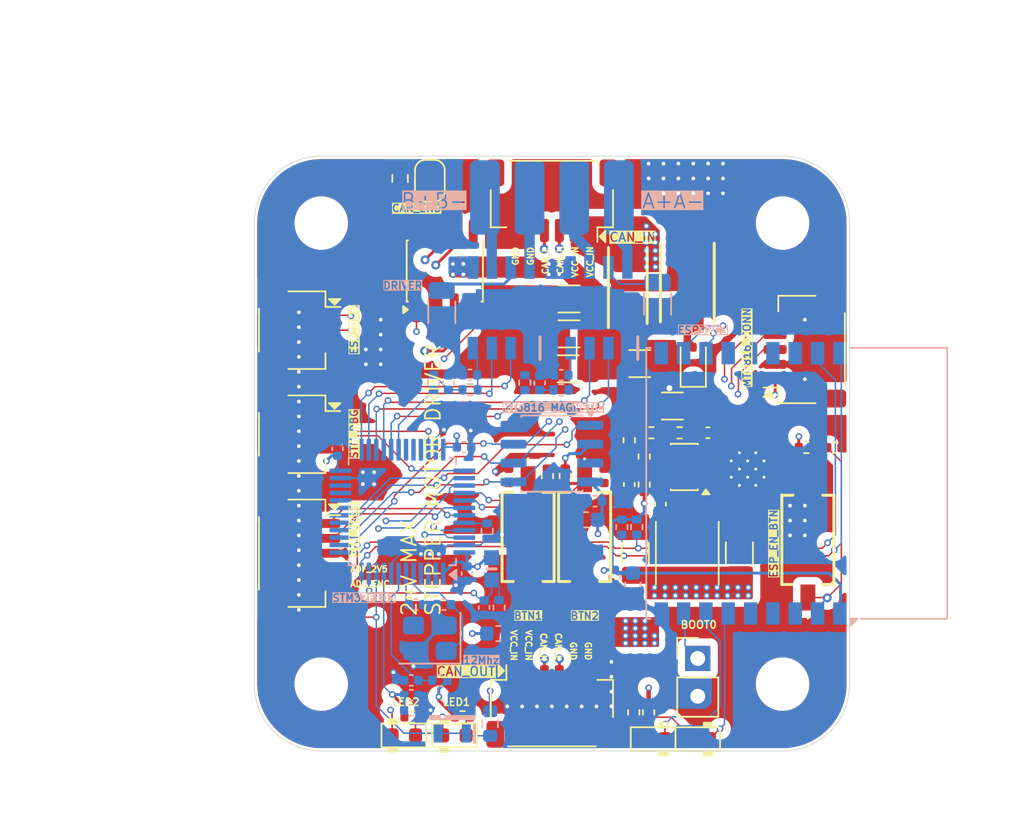
<source format=kicad_pcb>
(kicad_pcb (version 20241229) (generator "pcbnew") (generator_version "9.0")
  (layers (0 "F.Cu" signal) (4 "In1.Cu" power "PWR") (6 "In2.Cu" power "GND") (2 "B.Cu" signal) (13 "F.Paste" user) (15 "B.Paste" user) (5 "F.SilkS" user "F.Silkscreen") (7 "B.SilkS" user "B.Silkscreen") (1 "F.Mask" user) (3 "B.Mask" user) (25 "Edge.Cuts" user))
  (net 0 "")
  (net 1 "GND")
  (net 2 "3V3")
  (net 3 "VCC_IN")
  (net 4 "VCC")
  (net 5 "Net-(U1-VIN)")
  (net 7 "OUT_A+")
  (net 8 "VREF_A")
  (net 9 "OUT_A-")
  (net 10 "IN_A+")
  (net 11 "IN_A-")
  (net 12 "OUT_B-")
  (net 13 "Net-(IC2-RS)")
  (net 14 "IN_B+")
  (net 15 "OUT_B+")
  (net 16 "IN_B-")
  (net 17 "VREF_B")
  (net 18 "CAN_L")
  (net 19 "Net-(JP1-A)")
  (net 20 "Net-(LED1-A)")
  (net 22 "Net-(LED2-A)")
  (net 23 "unconnected-(U6-IO4-Pad3)")
  (net 24 "BTN1")
  (net 25 "Net-(U1-FB)")
  (net 26 "Net-(U1-SW)")
  (net 27 "Net-(U1-BOOT)")
  (net 28 "Net-(U1-EN)")
  (net 32 "Net-(U2-BOOT0)")
  (net 33 "12Mhz_OUT")
  (net 35 "LED1")
  (net 36 "LED2")
  (net 37 "Net-(LED4-A)")
  (net 38 "Net-(U2-NRST)")
  (net 40 "Net-(LED4-K)")
  (net 41 "Net-(LED5-A)")
  (net 42 "Net-(LED5-K)")
  (net 43 "TEMP")
  (net 44 "12Mhz_IN")
  (net 46 "VREF_PWM_A")
  (net 47 "VREF_PWM_B")
  (net 49 "ADC_VREF_2V5")
  (net 50 "SWDIO")
  (net 51 "UART1_TX")
  (net 52 "UART1_RX")
  (net 53 "ADC_ENC")
  (net 54 "SWCLK")
  (net 56 "CAN_RX")
  (net 58 "CAN_TX")
  (net 60 "CAN_H")
  (net 61 "SPI1_MOSI")
  (net 62 "MT6816_CSN")
  (net 64 "SPI1_MISO")
  (net 65 "SPI1_CLK")
  (net 67 "ESP32_UART_TX")
  (net 68 "ESP32_UART_RX")
  (net 69 "EN_BTN")
  (net 71 "BTN2")
  (net 73 "ESP_RX0")
  (net 74 "BOOT_BTN")
  (net 75 "ESP_TX0")
  (net 80 "Net-(C26-Pad1)")
  (net 81 "Net-(C24-Pad1)")
  (net 82 "Net-(C13-Pad1)")
  (net 83 "Net-(IC1-RS)")
  (footprint "Package_TO_SOT_SMD:SOT-23-6" (layer "F.Cu") (at 79.9 70.9 180)
    (property "Reference" "U1" (hide yes))
    (property "Value" "TPS54202DDC")
  )
  (footprint "Connector_JST:JST_SH_SM06B-SRSS-TB_1x06-1MP_P1.00mm_Horizontal" (layer "F.Cu") (at 71 87)
    (property "Reference" "J6" (hide yes))
    (property "Value" "CAN_OUT")
  )
  (footprint "Connector_JST:JST_SH_SM05B-SRSS-TB_1x05-1MP_P1.00mm_Horizontal" (layer "F.Cu") (at 54 76.7 -90)
    (property "Reference" "J1" (hide yes))
    (property "Value" "PC_CONN")
  )
  (footprint "PCM_LED_SMD_AKL:LED_0603_1608Metric" (layer "F.Cu") (at 77.8 89.2 180)
    (property "Reference" "LED4" (hide yes))
    (property "Value" "LED_0603_Red_WIFI" (hide yes))
  )
  (footprint "Resistor_SMD:R_0402_1005Metric" (layer "F.Cu") (at 65 87.7)
    (property "Reference" "R9" (hide yes))
    (property "Value" "4.7K/0.063w")
  )
  (footprint "Capacitor_SMD:C_1206_3216Metric" (layer "F.Cu") (at 72.1 64.3 180)
    (property "Reference" "C10" (hide yes))
    (property "Value" "CL31A106KBHNNNE")
  )
  (footprint "Diode_SMD:D_SOD-323" (layer "F.Cu") (at 80.5 63.9 90)
    (property "Reference" "D3" (hide yes))
    (property "Value" "B5819WS")
  )
  (footprint "PCM_LED_SMD_AKL:LED_0603_1608Metric" (layer "F.Cu") (at 61.05 88.95)
    (property "Reference" "LED2" (hide yes))
    (property "Value" "LED_0603_Blue_BLE" (hide yes))
  )
  (footprint "Resistor_SMD:R_0402_1005Metric" (layer "F.Cu") (at 77.69 68.6 180)
    (property "Reference" "R2" (hide yes))
    (property "Value" "105k/0.063w")
  )
  (footprint "Capacitor_SMD:C_1206_3216Metric" (layer "F.Cu") (at 76.6 76.7 90)
    (property "Reference" "C12" (hide yes))
    (property "Value" "22uF/10V")
  )
  (footprint "Capacitor_SMD:C_0402_1005Metric" (layer "F.Cu") (at 81.48 68.6)
    (property "Reference" "C4" (hide yes))
    (property "Value" "0.1uF/50V")
  )
  (footprint "Resistor_SMD:R_0402_1005Metric" (layer "F.Cu") (at 70.7 71.51 -90)
    (property "Reference" "R11" (hide yes))
    (property "Value" "10K/0.063w")
  )
  (footprint "Capacitor_SMD:C_0402_1005Metric" (layer "F.Cu") (at 78.3 73.4 -90)
    (property "Reference" "C9" (hide yes))
    (property "Value" "0.1uF/50V")
  )
  (footprint "MountingHole:MountingHole_3.2mm_M3" (layer "F.Cu") (at 86.5 54.5)
    (property "Reference" "H2" (hide yes))
    (property "Value" "MountingHole")
  )
  (footprint "Resistor_SMD:R_0402_1005Metric" (layer "F.Cu") (at 77.2 72.08 90)
    (property "Reference" "R6" (hide yes))
    (property "Value" "49.9R/0.063w")
  )
  (footprint "SamacSys_Parts:TSB008A2518A" (layer "F.Cu") (at 88.2 75.8 90)
    (property "Reference" "S3" (hide yes))
    (property "Value" "TSB008A2518A" (hide yes))
  )
  (footprint "Capacitor_SMD:C_0402_1005Metric" (layer "F.Cu") (at 89.98 69.6)
    (property "Reference" "C31" (hide yes))
    (property "Value" "0.1uF/16V")
  )
  (footprint "Capacitor_SMD:C_0402_1005Metric" (layer "F.Cu") (at 68.1 71.5 90)
    (property "Reference" "C15" (hide yes))
    (property "Value" "0.1uF/16V")
  )
  (footprint "Capacitor_SMD:C_0402_1005Metric" (layer "F.Cu") (at 76.2 72.08 90)
    (property "Reference" "C13" (hide yes))
    (property "Value" "75pF/50V")
  )
  (footprint "Inductor_SMD:L_Sunlord_SWPA4020S" (layer "F.Cu") (at 80.1 76.7 -90)
    (property "Reference" "L2" (hide yes))
    (property "Value" "10uH")
  )
  (footprint "Resistor_SMD:R_0402_1005Metric" (layer "F.Cu") (at 77.2 70.2 90)
    (property "Reference" "R7" (hide yes))
    (property "Value" "100k/0.063w")
  )
  (footprint "Resistor_SMD:R_0402_1005Metric" (layer "F.Cu") (at 76.2 69.1 90)
    (property "Reference" "R8" (hide yes))
    (property "Value" "13.3k/0.063w")
  )
  (footprint "MountingHole:MountingHole_3.2mm_M3" (layer "F.Cu") (at 55.5 85.5)
    (property "Reference" "H3" (hide yes))
    (property "Value" "MountingHole")
  )
  (footprint "SamacSys_Parts:TSB008A2518A" (layer "F.Cu") (at 73.2 75.6 -90)
    (property "Reference" "S2" (hide yes))
    (property "Value" "TSB008A2518A" (hide yes))
  )
  (footprint "Connector_JST:JST_SH_SM03B-SRSS-TB_1x03-1MP_P1.00mm_Horizontal" (layer "F.Cu") (at 54 68.7 -90)
    (property "Reference" "J4" (hide yes))
    (property "Value" "DEBUG")
  )
  (footprint "Connector_JST:JST_SH_SM03B-SRSS-TB_1x03-1MP_P1.00mm_Horizontal" (layer "F.Cu") (at 54 61.7 -90)
    (property "Reference" "J7" (hide yes))
    (property "Value" "ESP_DOWNLOAD" (hide yes))
  )
  (footprint "MountingHole:MountingHole_3.2mm_M3" (layer "F.Cu") (at 86.5 85.5)
    (property "Reference" "H4" (hide yes))
    (property "Value" "MountingHole")
  )
  (footprint "Resistor_SMD:R_0402_1005Metric" (layer "F.Cu") (at 77.5 87.4 -90)
    (property "Reference" "R31" (hide yes))
    (property "Value" "4.7K/0.063w")
  )
  (footprint "Package_SO:SOIC-8_3.9x4.9mm_P1.27mm" (layer "F.Cu") (at 63.805 57.725 90)
    (property "Reference" "U3" (hide yes))
    (property "Value" "SN65HVD232")
  )
  (footprint "Connector_JST:JST_SH_SM05B-SRSS-TB_1x05-1MP_P1.00mm_Horizontal" (layer "F.Cu") (at 88 63 90)
    (property "Reference" "J2" (hide yes))
    (property "Value" "MT6816_CONN")
  )
  (footprint "Resistor_SMD:R_0402_1005Metric" (layer "F.Cu") (at 88.1 69.59)
    (property "Reference" "R32" (hide yes))
    (property "Value" "10K/0.063w")
  )
  (footprint "Connector_PinHeader_2.54mm:PinHeader_1x02_P2.54mm_Vertical" (layer "F.Cu") (at 80.8 83.775)
    (property "Reference" "J8" (hide yes))
    (property "Value" "BOOT_EN")
  )
  (footprint "SamacSys_Parts:DIOM5126X245N" (layer "F.Cu") (at 76.1 58.7 90)
    (property "Reference" "D4" (hide yes))
    (property "Value" "SS54" (hide yes))
  )
  (footprint "Resistor_SMD:R_0402_1005Metric" (layer "F.Cu") (at 76.5 87.4 -90)
    (property "Reference" "R28" (hide yes))
    (property "Value" "4.7K/0.063w")
  )
  (footprint "Jumper:SolderJumper-2_P1.3mm_Open_RoundedPad1.0x1.5mm" (layer "F.Cu") (at 62.8 51.65 -90)
    (property "Reference" "JP1" (hide yes))
    (property "Value" "CAN_END_PAD")
  )
  (footprint "Capacitor_SMD:C_0402_1005Metric" (layer "F.Cu") (at 74.5 71.5 90)
    (property "Reference" "C19" (hide yes))
    (property "Value" "0.1uF/16V")
  )
  (footprint "SamacSys_Parts:DIONM5336X250N" (layer "F.Cu") (at 80.1 58.5 90)
    (property "Reference" "D2" (hide yes))
    (property "Value" "SMBJ28CAQ-13-F" (hide yes))
  )
  (footprint "Resistor_SMD:R_0402_1005Metric" (layer "F.Cu") (at 61.6 87.7)
    (property "Reference" "R12" (hide yes))
    (property "Value" "4.7K/0.063w")
  )
  (footprint "Resistor_SMD:R_0402_1005Metric" (layer "F.Cu") (at 71.9 71.5 -90)
    (property "Reference" "R13" (hide yes))
    (property "Value" "10K/0.063w")
  )
  (footprint "SamacSys_Parts:TSB008A2518A" (layer "F.Cu") (at 69.4 75.6 -90)
    (property "Reference" "S1" (hide yes))
    (property "Value" "TSB008A2518A" (hide yes))
  )
  (footprint "MountingHole:MountingHole_3.2mm_M3" (layer "F.Cu") (at 55.5 54.5)
    (property "Reference" "H1" (hide yes))
    (property "Value" "MountingHole" (hide yes))
  )
  (footprint "Capacitor_SMD:C_1206_3216Metric" (layer "F.Cu") (at 83.6 76.675 90)
    (property "Reference" "C11" (hide yes))
    (property "Value" "22uF/10V")
  )
  (footprint "PCM_LED_SMD_AKL:LED_0603_1608Metric" (layer "F.Cu") (at 80.8 89.2 180)
    (property "Reference" "LED5" (hide yes))
    (property "Value" "LED_0603_Blue_BLE" (hide yes))
  )
  (footprint "Resistor_SMD:R_0402_1005Metric" (layer "F.Cu") (at 79.58 68.6 180)
    (property "Reference" "R1" (hide yes))
    (property "Value" "511k/0.063w")
  )
  (footprint "Capacitor_SMD:C_1206_3216Metric" (layer "F.Cu") (at 76.9 63.95)
    (property "Reference" "C8" (hide yes))
    (property "Value" "CL31A106KBHNNNE")
  )
  (footprint "Capacitor_SMD:C_1206_3216Metric" (layer "F.Cu") (at 79.1 66.8 180)
    (property "Reference" "C2" (hide yes))
    (property "Value" "CL31A106KBHNNNE")
  )
  (footprint "Resistor_SMD:R_0603_1608Metric" (layer "F.Cu") (at 60.8 51.5 -90)
    (property "Reference" "R26" (hide yes))
    (property "Value" "120/0.1w")
  )
  (footprint "Connector_JST:JST_SH_SM06B-SRSS-TB_1x06-1MP_P1.00mm_Horizontal" (layer "F.Cu") (at 71 53 180)
    (property "Reference" "J5" (hide yes))
    (property "Value" "CAN_IN")
  )
  (footprint "PCM_LED_SMD_AKL:LED_0603_1608Metric" (layer "F.Cu") (at 64.45 88.95)
    (property "Reference" "LED1" (hide yes))
    (property "Value" "LED_0603_Red_WIFI" (hide yes))
  )
  (footprint "Capacitor_SMD:C_1206_3216Metric" (layer "F.Cu") (at 72.15 59.6 180)
    (property "Reference" "C6" (hide yes))
    (property "Value" "CL31A106KBHNNNE")
  )
  (footprint "Capacitor_SMD:C_1206_3216Metric" (layer "F.Cu") (at 72.15 61.95 180)
    (property "Reference" "C7" (hide yes))
    (property "Value" "CL31A106KBHNNNE")
  )
  (footprint "Capacitor_SMD:C_0402_1005Metric" (layer "B.Cu") (at 65.3 78.0625 -90)
    (property "Reference" "C20" (hide yes))
    (property "Value" "0.1uF/50V")
  )
  (footprint "SamacSys_Parts:SOT95P237X112-3N" (layer "B.Cu") (at 64.3 87.75 90)
    (property "Reference" "U4" (hide yes))
    (property "Value" "TL431AIDBZR" (hide yes))
  )
  (footprint "Capacitor_SMD:C_0402_1005Metric" (layer "B.Cu") (at 61.55 85.25 180)
    (property "Reference" "C21" (hide yes))
    (property "Value" "0.1uF/50V")
  )
  (footprint "Resistor_SMD:R_0402_1005Metric" (layer "B.Cu") (at 69.18 65.225 -90)
    (property "Reference" "R18" (hide yes))
    (property "Value" "1k/0.063w")
  )
  (footprint "Capacitor_SMD:C_0402_1005Metric" (layer "B.Cu") (at 71.63 64.725 180)
    (property "Reference" "C25" (hide yes))
    (property "Value" "0.1uF/50V")
  )
  (footprint "Capacitor_SMD:C_0402_1005Metric" (layer "B.Cu") (at 61.55 86.25)
    (property "Reference" "C35" (hide yes))
    (property "Value" "0.1uF/50V")
  )
  (footprint "Capacitor_SMD:C_0402_1005Metric" (layer "B.Cu") (at 75.2 78.3 -90)
    (property "Reference" "C32" (hide yes))
    (property "Value" "0.1uF/16V")
  )
  (footprint "Capacitor_SMD:C_0402_1005Metric" (layer "B.Cu") (at 64.05 65.23 90)
    (property "Reference" "C26" (hide yes))
    (property "Value" "0.1uF/50V")
  )
  (footprint "SamacSys_Parts:THRMC1608X95N" (layer "B.Cu") (at 66.95 77.75 90)
    (property "Reference" "RT1" (hide yes))
    (property "Value" "NCP18XH103F03RB" (hide yes))
  )
  (footprint "Capacitor_SMD:C_0402_1005Metric" (layer "B.Cu") (at 56.6 69.6625 90)
    (property "Reference" "C17" (hide yes))
    (property "Value" "0.1uF/50V")
  )
  (footprint "SamacSys_Parts:SOIC127P600X175-9N" (layer "B.Cu") (at 67.595 60.2 90)
    (property "Reference" "IC2" (hide yes))
    (property "Value" "TB67H450FNG,EL" (hide yes))
  )
  (footprint "Capacitor_SMD:C_0603_1608Metric" (layer "B.Cu") (at 76.44 78.81 -90)
    (property "Reference" "C33" (hide yes))
    (property "Value" "2.2uF/6.3V")
  )
  (footprint "Resistor_SMD:R_0603_1608Metric" (layer "B.Cu") (at 66.85 88.15 -90)
    (property "Reference" "R29" (hide yes))
    (property "Value" "120/0.1w")
  )
  (footprint "Resistor_SMD:R_0402_1005Metric" (layer "B.Cu") (at 75.7 74.94 -90)
    (property "Reference" "R33" (hide yes))
    (property "Value" "4.7K/0.063w")
  )
  (footprint "Resistor_SMD:R_0402_1005Metric" (layer "B.Cu") (at 71.62 65.725 180)
    (property "Reference" "R19" (hide yes))
    (property "Value" "1k/0.063w")
  )
  (footprint "Resistor_SMD:R_0402_1005Metric" (layer "B.Cu") (at 63.47 85.25)
    (property "Reference" "R14" (hide yes))
    (property "Value" "10k/0.063w")
  )
  (footprint "Resistor_SMD:R_0402_1005Metric" (layer "B.Cu") (at 65.5 65.71 180)
    (property "Reference" "R22" (hide yes))
    (property "Value" "1k/0.063w")
  )
  (footprint "SamacSys_Parts:SOIC127P600X175-9N" (layer "B.Cu") (at 74.165 60.2 90)
    (property "Reference" "IC1" (hide yes))
    (property "Value" "TB67H450FNG,EL" (hide yes))
  )
  (footprint "Capacitor_SMD:C_0402_1005Metric" (layer "B.Cu") (at 65.5 64.71 180)
    (property "Reference" "C27" (hide yes))
    (property "Value" "0.1uF/50V")
  )
  (footprint "Capacitor_SMD:C_0603_1608Metric" (layer "B.Cu") (at 73.3 74.45 180)
    (property "Reference" "C28" (hide yes))
    (property "Value" "10uF/6.3V")
  )
  (footprint "Capacitor_SMD:C_0402_1005Metric" (layer "B.Cu") (at 61.55 87.25)
    (property "Reference" "C36" (hide yes))
    (property "Value" "1uF/10V")
  )
  (footprint "Resistor_SMD:R_0402_1005Metric" (layer "B.Cu") (at 66.65 75.2 -90)
    (property "Reference" "R15" (hide yes))
    (property "Value" "10k/0.063w")
  )
  (footprint "Crystal:Crystal_SMD_3225-4Pin_3.2x2.5mm" (layer "B.Cu") (at 62.8 82.4125 180)
    (property "Reference" "Y1" (hide yes))
    (property "Value" "YSX321SL_12Mhz")
  )
  (footprint "New_Footprints:custom_pad_2_5" (layer "B.Cu") (at 72.5 52.78 180)
    (property "Reference" "TP2" (hide yes))
    (property "Value" "PAD_4_12")
  )
  (footprint "New_Footprints:custom_pad_2_5" (layer "B.Cu") (at 66.5 52.78 180)
    (property "Reference" "TP4" (hide yes))
    (property "Value" "PAD_4_12")
  )
  (footprint "Capacitor_SMD:C_0603_1608Metric" (layer "B.Cu") (at 67.4 82.1)
    (property "Reference" "C16" (hide yes))
    (property "Value" "4.7uF/10V")
  )
  (footprint "New_Footprints:custom_pad_2_5" (layer "B.Cu") (at 69.5 52.78 180)
    (property "Reference" "TP3" (hide yes))
    (property "Value" "PAD_4_12")
  )
  (footprint "Capacitor_SMD:C_0402_1005Metric" (layer "B.Cu") (at 73.9 73.2 180)
    (property "Reference" "C30" (hide yes))
    (property "Value" "0.1uF/50V")
  )
  (footprint "Capacitor_SMD:C_0402_1005Metric" (layer "B.Cu") (at 61.87 80.15)
    (property "Reference" "C23" (hide yes))
    (property "Value" "12pF/50V")
  )
  (footprint "Package_SO:SO-8_3.9x4.9mm_P1.27mm" (layer "B.Cu") (at 71 70 180)
    (property "Reference" "U5" (hide yes))
    (property "Value" "MT6816CT")
  )
  (footprint "Resistor_SMD:R_0402_1005Metric" (layer "B.Cu") (at 67.45 80.36 90)
    (property "Reference" "R10" (hide yes))
    (property "Value" "10k/0.063w")
  )
  (footprint "Capacitor_SMD:C_0402_1005Metric" (layer "B.Cu") (at 65.1 69.5625)
    (property "Reference" "C18" (hide yes))
    (property "Value" "0.1uF/50V")
  )
  (footprint "Resistor_SMD:R_1206_3216Metric" (layer "B.Cu") (at 78.1 59.9375 90)
    (property "Reference" "R20" (hide yes))
    (property "Value" "0.1/0.25w")
  )
  (footprint "Capacitor_SMD:C_0402_1005Metric" (layer "B.Cu") (at 63.75 80.15 180)
    (property "Reference" "C22" (hide yes))
    (property "Value" "12pF/50V")
  )
  (footprint "Capacitor_SMD:C_0402_1005Metric" (layer "B.Cu") (at 70.18 65.245 90)
    (property "Reference" "C24" (hide yes))
    (property "Value" "0.1uF/50V")
  )
  (footprint "Package_QFP:LQFP-48_7x7mm_P0.5mm" (layer "B.Cu") (at 60.95 73.9 90)
    (property "Reference" "U2" (hide yes))
    (property "Value" "STM32F103CBTx")
  )
  (footprint "Capacitor_SMD:C_0402_1005Metric" (layer "B.Cu") (at 66.45 80.35 -90)
    (property "Reference" "C14" (hide yes))
    (property "Value" "0.1uF/50V")
  )
  (footprint "New_Footprints:custom_pad_2_5" (layer "B.Cu") (at 75.5 52.78 180)
    (property "Reference" "TP1" (hide yes))
    (property "Value" "PAD_4_12")
  )
  (footprint "Resistor_SMD:R_0402_1005Metric" (layer "B.Cu") (at 76.7 74.94 -90)
    (property "Reference" "R34" (hide yes))
    (property "Value" "4.7K/0.063w")
  )
  (footprint "RF_Module:ESP32-C3-WROOM-02" (layer "B.Cu") (at 84.35 72 90)
    (property "Reference" "U6" (hide yes))
    (property "Value" "ESP32-C3-WROOM-02")
  )
  (footprint "Resistor_SMD:R_0402_1005Metric" (layer "B.Cu") (at 63.05 65.21 -90)
    (property "Reference" "R21" (hide yes))
    (property "Value" "1k/0.063w")
  )
  (footprint "Resistor_SMD:R_1206_3216Metric" (layer "B.Cu") (at 63.6 60.5 90)
    (property "Reference" "R23" (hide yes))
    (property "Value" "0.1/0.25w")
  )
  (gr_poly (pts (xy 67.8 84.6) (xy 67.4 84.2) (xy 67.4 85)) (stroke (width 0.1)) (fill yes) (layer "F.SilkS"))
  (gr_poly (pts (xy 74.2 55.4) (xy 74.6 55.8) (xy 74.6 55)) (stroke (width 0.1)) (fill yes) (layer "F.SilkS"))
  (gr_poly (pts (xy 56.4 67) (xy 56.8 66.6) (xy 56 66.6)) (stroke (width 0.1)) (fill yes) (layer "F.SilkS"))
  (gr_poly (pts (xy 56.4 73.8) (xy 56.8 73.4) (xy 56 73.4)) (stroke (width 0.1)) (fill yes) (layer "F.SilkS"))
  (gr_poly (pts (xy 56.4 60) (xy 56.8 59.6) (xy 56 59.6)) (stroke (width 0.1)) (fill yes) (layer "F.SilkS"))
  (gr_poly (pts (xy 85.6 65.8) (xy 85.2 66.2) (xy 86 66.2)) (stroke (width 0.1)) (fill yes) (layer "F.SilkS"))
  (gr_arc (start 55.5 90) (mid 52.318019 88.681981) (end 51 85.5) (stroke (width 0.05)) (layer "Edge.Cuts"))
  (gr_line (start 86.5 50) (end 55.5 50) (stroke (width 0.05)) (layer "Edge.Cuts"))
  (gr_arc (start 51 54.5) (mid 52.318019 51.318019) (end 55.5 50) (stroke (width 0.05)) (layer "Edge.Cuts"))
  (gr_line (start 91 54.5) (end 91 85.5) (stroke (width 0.05)) (layer "Edge.Cuts"))
  (gr_arc (start 91 85.5) (mid 89.681981 88.681981) (end 86.5 90) (stroke (width 0.05)) (layer "Edge.Cuts"))
  (gr_line (start 55.5 90) (end 86.5 90) (stroke (width 0.05)) (layer "Edge.Cuts"))
  (gr_line (start 51 54.5) (end 51 85.5) (stroke (width 0.05)) (layer "Edge.Cuts"))
  (gr_arc (start 86.5 50) (mid 89.681981 51.318019) (end 91 54.5) (stroke (width 0.05)) (layer "Edge.Cuts"))
  (gr_text "CAN_IN" (at 74.8 55.8 0) (layer "F.SilkS" knockout) (effects (font (size 0.6 0.6) (thickness 0.1)) (justify left bottom)))
  (gr_text "ADC_ENC" (at 57.4 79 0) (layer "F.SilkS") (effects (font (size 0.4 0.4) (thickness 0.1)) (justify left bottom)))
  (gr_text "CAN_H" (at 70.2 82 270) (layer "F.SilkS") (effects (font (size 0.4 0.4) (thickness 0.1)) (justify left bottom)))
  (gr_text "MT6816_CONN" (at 84.4 65.6 90) (layer "F.SilkS" knockout) (effects (font (size 0.5 0.5) (thickness 0.1)) (justify left bottom)))
  (gr_text "ESP_DBG" (at 58 63.4 90) (layer "F.SilkS" knockout) (effects (font (size 0.5 0.5) (thickness 0.1)) (justify left bottom)))
  (gr_text "GND" (at 73.2 82.6 270) (layer "F.SilkS") (effects (font (size 0.4 0.4) (thickness 0.1)) (justify left bottom)))
  (gr_text "GND" (at 72.2 82.6 270) (layer "F.SilkS") (effects (font (size 0.4 0.4) (thickness 0.1)) (justify left bottom)))
  (gr_text "CAN_L" (at 70.8 58 90) (layer "F.SilkS") (effects (font (size 0.4 0.4) (thickness 0.1)) (justify left bottom)))
  (gr_text "STM_UART" (at 58 77 90) (layer "F.SilkS" knockout) (effects (font (size 0.5 0.5) (thickness 0.1)) (justify left bottom)))
  (gr_text "BOOT0" (at 79.6 81.8 0) (layer "F.SilkS") (effects (font (size 0.5 0.5) (thickness 0.1)) (justify left bottom)))
  (gr_text "CAN_END" (at 60.2 53.8 0) (layer "F.SilkS" knockout) (effects (font (size 0.5 0.5) (thickness 0.1)) (justify left bottom)))
  (gr_text "BTN1" (at 68.4 81.2 0) (layer "F.SilkS" knockout) (effects (font (size 0.5 0.5) (thickness 0.1)) (justify left bottom)))
  (gr_text "CAN_L" (at 71.2 82 270) (layer "F.SilkS") (effects (font (size 0.4 0.4) (thickness 0.1)) (justify left bottom)))
  (gr_text "CAN_H" (at 71.8 58 90) (layer "F.SilkS") (effects (font (size 0.4 0.4) (thickness 0.1)) (justify left bottom)))
  (gr_text "VCC_IN" (at 73.8 58.2 90) (layer "F.SilkS") (effects (font (size 0.4 0.4) (thickness 0.1)) (justify left bottom)))
  (gr_text "VCC_IN" (at 69.2 81.8 270) (layer "F.SilkS") (effects (font (size 0.4 0.4) (thickness 0.1)) (justify left bottom)))
  (gr_text "LED1" (at 63.6 87 0) (layer "F.SilkS") (effects (font (size 0.5 0.5) (thickness 0.1)) (justify left bottom)))
  (gr_text "VCC_IN" (at 72.8 58.2 90) (layer "F.SilkS") (effects (font (size 0.4 0.4) (thickness 0.1)) (justify left bottom)))
  (gr_text "STM_DBG" (at 58 70.4 90) (layer "F.SilkS" knockout) (effects (font (size 0.5 0.5) (thickness 0.1)) (justify left bottom)))
  (gr_text "ADF_2V5" (at 57.4 78 0) (layer "F.SilkS") (effects (font (size 0.4 0.4) (thickness 0.1)) (justify left bottom)))
  (gr_text "CAN_OUT" (at 63.2 85 0) (layer "F.SilkS" knockout) (effects (font (size 0.6 0.6) (thickness 0.1)) (justify left bottom)))
  (gr_text "24V MAX \nSTEPPER MOTOR DRIVER" (at 63.6 81 90) (layer "F.SilkS") (effects (font (size 1 1) (thickness 0.125)) (justify left bottom)))
  (gr_text "ESP_EN_BTN" (at 86.2 78.4 90) (layer "F.SilkS" knockout) (effects (font (size 0.5 0.5) (thickness 0.1)) (justify left bottom)))
  (gr_text "GND" (at 69.8 57.4 90) (layer "F.SilkS") (effects (font (size 0.4 0.4) (thickness 0.1)) (justify left bottom)))
  (gr_text "LED2" (at 60.2 87 0) (layer "F.SilkS") (effects (font (size 0.5 0.5) (thickness 0.1)) (justify left bottom)))
  (gr_text "GND" (at 68.8 57.4 90) (layer "F.SilkS") (effects (font (size 0.4 0.4) (thickness 0.1)) (justify left bottom)))
  (gr_text "BTN2" (at 72.2 81.2 0) (layer "F.SilkS" knockout) (effects (font (size 0.5 0.5) (thickness 0.1)) (justify left bottom)))
  (gr_text "VCC_IN" (at 68.2 81.8 270) (layer "F.SilkS") (effects (font (size 0.4 0.4) (thickness 0.1)) (justify left bottom)))
  (gr_text "MT6816_MAGNETIC" (at 67.6 67.2 0) (layer "B.SilkS" knockout) (effects (font (size 0.5 0.5) (thickness 0.1)) (justify left bottom)))
  (gr_text "DRIVER" (at 59.6 59 0) (layer "B.SilkS" knockout) (effects (font (size 0.5 0.5) (thickness 0.1)) (justify left bottom)))
  (gr_text "B+B-" (at 60.8 53.6 0) (layer "B.SilkS" knockout) (effects (font (size 1 1) (thickness 0.1)) (justify left bottom)))
  (gr_text "STM32F103" (at 56.2 80 0) (layer "B.SilkS" knockout) (effects (font (size 0.5 0.5) (thickness 0.1)) (justify left bottom)))
  (gr_text "A+A-" (at 77 53.6 0) (layer "B.SilkS" knockout) (effects (font (size 1 1) (thickness 0.1)) (justify left bottom)))
  (gr_text "ESP32C3" (at 79.4 62 0) (layer "B.SilkS" knockout) (effects (font (size 0.5 0.5) (thickness 0.1)) (justify left bottom)))
  (gr_text "12Mhz" (at 65 84.2 0) (layer "B.SilkS" knockout) (effects (font (size 0.5 0.5) (thickness 0.1)) (justify left bottom)))
  (segment (start 67.530325 71.02) (end 68.1 71.02) (width 0.1) (layer "F.Cu") (net 1))
  (segment (start 78.375 65.075) (end 78.9 65.6) (width 0.5) (layer "F.Cu") (net 1))
  (segment (start 67.2 71.2) (end 67.350325 71.2) (width 0.1) (layer "F.Cu") (net 1))
  (segment (start 78.375 63.95) (end 78.375 63.975) (width 0.5) (layer "F.Cu") (net 1))
  (segment (start 70.675 63.925) (end 70.675 61.6) (width 0.5) (layer "F.Cu") (net 1))
  (segment (start 78.375 63.95) (end 78.375 65.075) (width 0.5) (layer "F.Cu") (net 1))
  (segment (start 68.5 55) (end 69.5 55) (width 0.5) (layer "F.Cu") (net 1))
  (segment (start 70.675 61.6) (end 70.675 59.25) (width 0.5) (layer "F.Cu") (net 1))
  (segment (start 67.350325 71.2) (end 67.530325 71.02) (width 0.1) (layer "F.Cu") (net 1))
  (segment (start 80.9 56.3) (end 80.1 56.3) (width 0.5) (layer "F.Cu") (net 1))
  (via (at 74 87) (size 0.45) (drill 0.25) (layers "F.Cu" "B.Cu") (net 1))
  (via (at 54 80.5) (size 0.45) (drill 0.25) (layers "F.Cu" "B.Cu") (net 1))
  (via (at 81.5 52.5) (size 0.45) (drill 0.25) (layers "F.Cu" "B.Cu") (net 1))
  (via (at 54 78.5) (size 0.45) (drill 0.25) (layers "F.Cu" "B.Cu") (net 1))
  (via (at 67.2 71.2) (size 0.45) (drill 0.25) (layers "F.Cu" "B.Cu") (net 1))
  (via (at 77.5 50.5) (size 0.45) (drill 0.25) (layers "F.Cu" "B.Cu") (net 1))
  (via (at 59.5 64) (size 0.45) (drill 0.25) (layers "F.Cu" "B.Cu") (net 1))
  (via (at 70 87) (size 0.45) (drill 0.25) (layers "F.Cu" "B.Cu") (net 1))
  (via (at 54 69.5) (size 0.45) (drill 0.25) (layers "F.Cu" "B.Cu") (net 1))
  (via (at 54 66.5) (size 0.45) (drill 0.25) (layers "F.Cu" "B.Cu") (net 1))
  (via (at 59.5 62) (size 0.45) (drill 0.25) (layers "F.Cu" "B.Cu") (net 1))
  (via (at 61.7 84.3) (size 0.45) (drill 0.25) (layers "F.Cu" "B.Cu") (net 1))
  (via (at 54 63.5) (size 0.45) (drill 0.25) (layers "F.Cu" "B.Cu") (net 1))
  (via (at 54 76.5) (size 0.45) (drill 0.25) (layers "F.Cu" "B.Cu") (net 1))
  (via (at 82.5 51.5) (size 0.45) (drill 0.25) (layers "F.Cu" "B.Cu") (net 1))
  (via (at 80.5 51.5) (size 0.45) (drill 0.25) (layers "F.Cu" "B.Cu") (net 1))
  (via (at 54 77.5) (size 0.45) (drill 0.25) (layers "F.Cu" "B.Cu") (net 1))
  (via (at 54 75.5) (size 0.45) (drill 0.25) (layers "F.Cu" "B.Cu") (net 1))
  (via (at 59.5 63) (size 0.45) (drill 0.25) (layers "F.Cu" "B.Cu") (net 1))
  (via (at 75 86) (size 0.45) (drill 0.25) (layers "F.Cu" "B.Cu") (net 1))
  (via (at 58.3 72.05) (size 0.45) (drill 0.25) (layers "F.Cu" "B.Cu") (net 1))
  (via (at 63.75 68.4) (size 0.45) (drill 0.25) (layers "F.Cu" "B.Cu") (net 1))
  (via (at 54 64.5) (size 0.45) (drill 0.25) (layers "F.Cu" "B.Cu") (net 1))
  (via (at 65.55 68.45) (size 0.45) (drill 0.25) (layers "F.Cu" "B.Cu") (net 1))
  (via (at 72 87) (size 0.45) (drill 0.25) (layers "F.Cu" "B.Cu") (net 1))
  (via (at 54 74.5) (size 0.45) (drill 0.25) (layers "F.Cu" "B.Cu") (net 1))
  (via (at 54 68.5) (size 0.45) (drill 0.25) (layers "F.Cu" "B.Cu") (net 1))
  (via (at 54 61.5) (size 0.45) (drill 0.25) (layers "F.Cu" "B.Cu") (net 1))
  (via (at 54 60.5) (size 0.45) (drill 0.25) (layers "F.Cu" "B.Cu") (net 1))
  (via (at 64.55 78.85) (size 0.45) (drill 0.25) (layers "F.Cu" "B.Cu") (net 1))
  (via (at 63.4 76.75) (size 0.45) (drill 0.25) (layers "F.Cu" "B.Cu") (net 1))
  (via (at 87 73.5) (size 0.45) (drill 0.25) (layers "F.Cu" "B.Cu") (net 1))
  (via (at 82.5 52.5) (size 0.45) (drill 0.25) (layers "F.Cu" "B.Cu") (net 1))
  (via (at 88 74.5) (size 0.45) (drill 0.25) (layers "F.Cu" "B.Cu") (net 1))
  (via (at 54 72.5) (size 0.45) (drill 0.25) (layers "F.Cu" "B.Cu") (net 1))
  (via (at 54 73.5) (size 0.45) (drill 0.25) (layers "F.Cu" "B.Cu") (net 1))
  (via (at 59.5 61) (size 0.45) (drill 0.25) (layers "F.Cu" "B.Cu") (net 1))
  (via (at 88 75.5) (size 0.45) (drill 0.25) (layers "F.Cu" "B.Cu") (net 1))
  (via (at 62.2 76.75) (size 0.45) (drill 0.25) (layers "F.Cu" "B.Cu") (net 1))
  (via (at 73 87) (size 0.45) (drill 0.25) (layers "F.Cu" "B.Cu") (net 1))
  (via (at 75 84) (size 0.45) (drill 0.25) (layers "F.Cu" "B.Cu") (net 1))
  (via (at 77.5 51.5) (size 0.45) (drill 0.25) (layers "F.Cu" "B.Cu") (net 1))
  (via (at 88 65) (size 0.45) (drill 0.25) (layers "F.Cu" "B.Cu") (net 1))
  (via (at 79.5 50.5) (size 0.45) (drill 0.25) (layers "F.Cu" "B.Cu") (net 1))
  (via (at 88 73.5) (size 0.45) (drill 0.25) (layers "F.Cu" "B.Cu") (net 1))
  (via (at 68 87) (size 0.45) (drill 0.25) (layers "F.Cu" "B.Cu") (net 1))
  (via (at 58.5 64) (size 0.45) (drill 0.25) (layers "F.Cu" "B.Cu") (net 1))
  (via (at 54 71.5) (size 0.45) (drill 0.25) (layers "F.Cu" "B.Cu") (net 1))
  (via (at 54 65.5) (size 0.45) (drill 0.25) (layers "F.Cu" "B.Cu") (net 1))
  (via (at 79.5 52.5) (size 0.45) (drill 0.25) (layers "F.Cu" "B.Cu") (net 1))
  (via (at 81.5 50.5) (size 0.45) (drill 0.25) (layers "F.Cu" "B.Cu") (net 1))
  (via (at 78.5 50.5) (size 0.45) (drill 0.25) (layers "F.Cu" "B.Cu") (net 1))
  (via (at 82.5 50.5) (size 0.45) (drill 0.25) (layers "F.Cu" "B.Cu") (net 1))
  (via (at 54 62.5) (size 0.45) (drill 0.25) (layers "F.Cu" "B.Cu") (net 1))
  (via (at 81.5 51.5) (size 0.45) (drill 0.25) (layers "F.Cu" "B.Cu") (net 1))
  (via (at 54 79.5) (size 0.45) (drill 0.25) (layers "F.Cu" "B.Cu") (net 1))
  (via (at 58.3 71.25) (size 0.45) (drill 0.25) (layers "F.Cu" "B.Cu") (net 1))
  (via (at 67.65 75.45) (size 0.45) (drill 0.25) (layers "F.Cu" "B.Cu") (net 1))
  (via (at 87 75.5) (size 0.45) (drill 0.25) (layers "F.Cu" "B.Cu") (net 1))
  (via (at 60.35 84.7) (size 0.45) (drill 0.25) (layers "F.Cu" "B.Cu") (net 1))
  (via (at 78.5 52.5) (size 0.45) (drill 0.25) (layers "F.Cu" "B.Cu") (net 1))
  (via (at 69 87) (size 0.45) (drill 0.25) (layers "F.Cu" "B.Cu") (net 1))
  (via (at 54 70.5) (size 0.45) (drill 0.25) (layers "F.Cu" "B.Cu") (net 1))
  (via (at 75 87) (size 0.45) (drill 0.25) (layers "F.Cu" "B.Cu") (net 1))
  (via (at 87 74.5) (size 0.45) (drill 0.25) (layers "F.Cu" "B.Cu") (net 1))
  (via (at 88 61) (size 0.45) (drill 0.25) (layers "F.Cu" "B.Cu") (net 1))
  (via (at 80.5 52.5) (size 0.45) (drill 0.25) (layers "F.Cu" "B.Cu") (net 1))
  (via (at 75 85) (size 0.45) (drill 0.25) (layers "F.Cu" "B.Cu") (net 1))
  (via (at 54 67.5) (size 0.45) (drill 0.25) (layers "F.Cu" "B.Cu") (net 1))
  (via (at 62.85 87.25) (size 0.45) (drill 0.25) (layers "F.Cu" "B.Cu") (net 1))
  (via (at 78.9 65.6) (size 0.8) (drill 0.4) (layers "F.Cu" "B.Cu") (net 1))
  (via (at 78.5 51.5) (size 0.45) (drill 0.25) (layers "F.Cu" "B.Cu") (net 1))
  (via (at 80.5 50.5) (size 0.45) (drill 0.25) (layers "F.Cu" "B.Cu") (net 1))
  (via (at 79.5 51.5) (size 0.45) (drill 0.25) (layers "F.Cu" "B.Cu") (net 1))
  (via (at 71 87) (size 0.45) (drill 0.25) (layers "F.Cu" "B.Cu") (net 1))
  (via (at 59.05 71.25) (size 0.45) (drill 0.25) (layers "F.Cu" "B.Cu") (net 1))
  (via (at 59.05 72.05) (size 0.45) (drill 0.25) (layers "F.Cu" "B.Cu") (net 1))
  (via (at 62.8 76.75) (size 0.45) (drill 0.25) (layers "F.Cu" "B.Cu") (net 1))
  (via (at 58.5 63) (size 0.45) (drill 0.25) (layers "F.Cu" "B.Cu") (net 1))
  (segment (start 61.7 84.3) (end 61.7 83.2625) (width 0.2) (layer "B.Cu") (net 1))
  (segment (start 62.03 87.25) (end 62.85 87.25) (width 0.1) (layer "B.Cu") (net 1))
  (segment (start 64.09 64.71) (end 64.05 64.75) (width 0.1) (layer "B.Cu") (net 1))
  (segment (start 63.27 80.9325) (end 63.9 81.5625) (width 0.2) (layer "B.Cu") (net 1))
  (segment (start 64.8575 78.5425) (end 64.55 78.85) (width 0.1) (layer "B.Cu") (net 1))
  (segment (start 56.7875 71.65) (end 57.9 71.65) (width 0.1) (layer "B.Cu") (net 1))
  (segment (start 63.2 68.95) (end 63.2 69.7375) (width 0.1) (layer "B.Cu") (net 1))
  (segment (start 63.6375 81.5625) (end 61.9375 83.2625) (width 0.2) (layer "B.Cu") (net 1))
  (segment (start 57.9 71.65) (end 58.3 71.25) (width 0.1) (layer "B.Cu") (net 1))
  (segment (start 61.07 85.25) (end 60.9 85.25) (width 0.2) (layer "B.Cu") (net 1))
  (segment (start 63.9 81.5625) (end 63.6375 81.5625) (width 0.2) (layer "B.Cu") (net 1))
  (segment (start 61.9375 83.2625) (end 61.7 83.2625) (width 0.2) (layer "B.Cu") (net 1))
  (segment (start 63.75 68.4) (end 63.2 68.95) (width 0.1) (layer "B.Cu") (net 1))
  (segment (start 63.27 80.15) (end 63.27 80.9325) (width 0.2) (layer "B.Cu") (net 1))
  (segment (start 66.65 75.71) (end 67.39 75.71) (width 0.1) (layer "B.Cu") (net 1))
  (segment (start 66.21 76.15) (end 66.65 75.71) (width 0.1) (layer "B.Cu") (net 1))
  (segment (start 65.58 69.5625) (end 65.58 68.48) (width 0.1) (layer "B.Cu") (net 1))
  (segment (start 60.2 77.361888) (end 60.2 78.0625) (width 0.1) (layer "B.Cu") (net 1))
  (segment (start 65.58 68.48) (end 65.55 68.45) (width 0.1) (layer "B.Cu") (net 1))
  (segment (start 65.1125 76.15) (end 66.21 76.15) (width 0.1) (layer "B.Cu") (net 1))
  (segment (start 65.02 64.71) (end 65.02 64.47) (width 0.1) (layer "B.Cu") (net 1))
  (segment (start 65.3 78.5425) (end 64.8575 78.5425) (width 0.1) (layer "B.Cu") (net 1))
  (segment (start 67.39 75.71) (end 67.65 75.45) (width 0.1) (layer "B.Cu") (net 1))
  (segment (start 68.425 68.095) (end 68.07 68.45) (width 0.1) (layer "B.Cu") (net 1))
  (segment (start 63.27 80.15) (end 62.35 80.15) (width 0.2) (layer "B.Cu") (net 1))
  (segment (start 60.811888 76.75) (end 60.2 77.361888) (width 0.1) (layer "B.Cu") (net 1))
  (segment (start 65.02 64.71) (end 64.09 64.71) (width 0.1) (layer "B.Cu") (net 1))
  (segment (start 60.9 85.25) (end 60.35 84.7) (width 0.2) (layer "B.Cu") (net 1))
  (segment (start 62.2 76.75) (end 60.811888 76.75) (width 0.1) (layer "B.Cu") (net 1))
  (segment (start 68.07 68.45) (end 65.55 68.45) (width 0.1) (layer "B.Cu") (net 1))
  (segment (start 64 76.15) (end 63.4 76.75) (width 0.1) (layer "B.Cu") (net 1))
  (segment (start 65.1125 76.15) (end 64 76.15) (width 0.1) (layer "B.Cu") (net 1))
  (segment (start 76.625 78.2) (end 76.6 78.175) (width 0.3) (layer "F.Cu") (net 2))
  (segment (start 62.45 63.1) (end 63.7 63.1) (width 0.2) (layer "F.Cu") (net 2))
  (segment (start 87.59 69.59) (end 87.59 68.86) (width 0.2) (layer "F.Cu") (net 2))
  (segment (start 80.1 78.2) (end 76.625 78.2) (width 0.3) (layer "F.Cu") (net 2))
  (segment (start 63.4 86.6) (end 64.49 87.69) (width 0.2) (layer "F.Cu") (net 2))
  (segment (start 71.89 71) (end 71.9 70.99) (width 0.2) (layer "F.Cu") (net 2))
  (segment (start 63.7 63.1) (end 64.249 62.551) (width 0.2) (layer "F.Cu") (net 2))
  (segment (start 77.5 86.89) (end 77.5 85.75) (width 0.3) (layer "F.Cu") (net 2))
  (segment (start 83.55 78.2) (end 83.6 78.15) (width 0.3) (layer "F.Cu") (net 2))
  (segment (start 80.1 78.2) (end 83.55 78.2) (width 0.3) (layer "F.Cu") (net 2))
  (segment (start 87.59 68.86) (end 87.6 68.85) (width 0.2) (layer "F.Cu") (net 2))
  (segment (start 86 65) (end 86 66.05) (width 0.2) (layer "F.Cu") (net 2))
  (segment (start 70.7 71) (end 71.89 71) (width 0.2) (layer "F.Cu") (net 2))
  (segment (start 64.249 62.551) (end 64.249 60.391) (width 0.2) (layer "F.Cu") (net 2))
  (segment (start 64.49 87.69) (end 64.49 87.7) (width 0.2) (layer "F.Cu") (net 2))
  (segment (start 61.09 87.015) (end 60.275 86.2) (width 0.2) (layer "F.Cu") (net 2))
  (segment (start 64.249 60.391) (end 64.44 60.2) (width 0.2) (layer "F.Cu") (net 2))
  (segment (start 71.9 70.99) (end 71.9 70.3) (width 0.2) (layer "F.Cu") (net 2))
  (segment (start 61.09 87.7) (end 61.09 87.015) (width 0.2) (layer "F.Cu") (net 2))
  (segment (start 76.5 86.89) (end 77.5 86.89) (width 0.3) (layer "F.Cu") (net 2))
  (segment (start 63.4 86.35) (end 63.4 86.6) (width 0.2) (layer "F.Cu") (net 2))
  (segment (start 77.2 72.59) (end 77.2 73.35) (width 0.2) (layer "F.Cu") (net 2))
  (via (at 79.3 79.55) (size 0.45) (drill 0.25) (layers "F.Cu" "B.Cu") (net 2))
  (via (at 71.9 70.3) (size 0.45) (drill 0.25) (layers "F.Cu" "B.Cu") (net 2))
  (via (at 80.7 79) (size 0.45) (drill 0.25) (layers "F.Cu" "B.Cu") (net 2))
  (via (at 82.1 79.55) (size 0.45) (drill 0.25) (layers "F.Cu" "B.Cu") (net 2))
  (via (at 60.275 86.2) (size 0.45) (drill 0.25) (layers "F.Cu" "B.Cu") (net 2))
  (via (at 79.3 79) (size 0.45) (drill 0.25) (layers "F.Cu" "B.Cu") (net 2))
  (via (at 81.4 79) (size 0.45) (drill 0.25) (layers "F.Cu" "B.Cu") (net 2))
  (via (at 74.1 75.4) (size 0.45) (drill 0.25) (layers "F.Cu" "B.Cu") (net 2))
  (via (at 78.6 79) (size 0.45) (drill 0.25) (layers "F.Cu" "B.Cu") (net 2))
  (via (at 62.45 63.1) (size 0.6) (drill 0.3) (layers "F.Cu" "B.Cu") (net 2))
  (via (at 77.2 73.35) (size 0.45) (drill 0.25) (layers "F.Cu" "B.Cu") (net 2))
  (via (at 82.8 79.55) (size 0.45) (drill 0.25) (layers "F.Cu" "B.Cu") (net 2))
  (via (at 65.65 82.1) (size 0.45) (drill 0.25) (layers "F.Cu" "B.Cu") (net 2))
  (via (at 74.5 77.85) (size 0.45) (drill 0.25) (layers "F.Cu" "B.Cu") (net 2))
  (via (at 55.85 70.5) (size 0.45) (drill 0.25) (layers "F.Cu" "B.Cu") (net 2))
  (via (at 66 77.6) (size 0.45) (drill 0.25) (layers "F.Cu" "B.Cu") (net 2))
  (via (at 80 79) (size 0.45) (drill 0.25) (layers "F.Cu" "B.Cu") (net 2))
  (via (at 80 79.55) (size 0.45) (drill 0.25) (layers "F.Cu" "B.Cu") (net 2))
  (via (at 82.8 79) (size 0.45) (drill 0.25) (layers "F.Cu" "B.Cu") (net 2))
  (via (at 64.6 68.8) (size 0.45) (drill 0.25) (layers "F.Cu" "B.Cu") (net 2))
  (via (at 63.4 86.35) (size 0.45) (drill 0.25) (layers "F.Cu" "B.Cu") (net 2))
  (via (at 66.85 85.95) (size 0.45) (drill 0.25) (layers "F.Cu" "B.Cu") (net 2))
  (via (at 82.1 79) (size 0.45) (drill 0.25) (layers "F.Cu" "B.Cu") (net 2))
  (via (at 83.5 79) (size 0.45) (drill 0.25) (layers "F.Cu" "B.Cu") (net 2))
  (via (at 77.9 79) (size 0.45) (drill 0.25) (layers "F.Cu" "B.Cu") (net 2))
  (via (at 86 66.05) (size 0.45) (drill 0.25) (layers "F.Cu" "B.Cu") (net 2))
  (via (at 77.5 85.75) (size 0.45) (drill 0.25) (layers "F.Cu" "B.Cu") (net 2))
  (via (at 80.7 79.55) (size 0.45) (drill 0.25) (layers "F.Cu" "B.Cu") (net 2))
  (via (at 84.2 79.55) (size 0.45) (drill 0.25) (layers "F.Cu" "B.Cu") (net 2))
  (via (at 77.9 79.55) (size 0.45) (drill 0.25) (layers "F.Cu" "B.Cu") (net 2))
  (via (at 83.5 79.55) (size 0.45) (drill 0.25) (layers "F.Cu" "B.Cu") (net 2))
  (via (at 84.2 79) (size 0.45) (drill 0.25) (layers "F.Cu" "B.Cu") (net 2))
  (via (at 87.6 68.85) (size 0.45) (drill 0.25) (layers "F.Cu" "B.Cu") (net 2))
  (via (at 81.4 79.55) (size 0.45) (drill 0.25) (layers "F.Cu" "B.Cu") (net 2))
  (via (at 78.6 79.55) (size 0.45) (drill 0.25) (layers "F.Cu" "B.Cu") (net 2))
  (segment (start 60.275 86.2) (end 61.02 86.2) (width 0.2) (layer "B.Cu") (net 2))
  (segment (start 59.7 78.0625) (end 59.7 85.65) (width 0.1) (layer "B.Cu") (net 2))
  (segment (start 75.05 77.67) (end 75.2 77.82) (width 0.2) (layer "B.Cu") (net 2))
  (segment (start 76.7 74.43) (end 75.7 74.43) (width 0.2) (layer "B.Cu") (net 2))
  (segment (start 60.25 86.2) (end 59.7 85.65) (width 0.1) (layer "B.Cu") (net 2))
  (segment (start 74.38 73.2) (end 74.38 74.145) (width 0.2) (layer "B.Cu") (net 2))
  (segment (start 77.2 73.93) (end 76.7 74.43) (width 0.2) (layer "B.Cu") (net 2))
  (segment (start 75.415 78.035) (end 75.2 77.82) (width 0.3) (layer "B.Cu") (net 2))
  (segment (start 63.4 86.35) (end 63.4 85.83) (width 0.2) (layer "B.Cu") (net 2))
  (segment (start 76.44 78.035) (end 75.415 78.035) (width 0.3) (layer "B.Cu") (net 2))
  (segment (start 66.95 77) (end 66.6 77) (width 0.2) (layer "B.Cu") (net 2))
  (segment (start 75.73 74.4) (end 75.76 74.43) (width 0.2) (layer "B.Cu") (net 2))
  (segment (start 75.76 74.43) (end 75.27 74.43) (width 0.2) (layer "B.Cu") (net 2))
  (segment (start 64.62 69.5625) (end 64.62 68.82) (width 0.2) (layer "B.Cu") (net 2))
  (segment (start 63.875 69.5625) (end 63.7 69.7375) (width 0.1) (layer "B.Cu") (net 2))
  (segment (start 66.625 82.1) (end 65.65 82.1) (width 0.2) (layer "B.Cu") (net 2))
  (segment (start 65.3 77.5825) (end 65.0175 77.3) (width 0.2) (layer "B.Cu") (net 2))
  (segment (start 74.53 77.82) (end 74.5 77.85) (width 0.2) (layer "B.Cu") (net 2))
  (segment (start 75.27 74.43) (end 75.05 74.65) (width 0.2) (layer "B.Cu") (net 2))
  (segment (start 61.02 86.2) (end 61.07 86.25) (width 0.2) (layer "B.Cu") (net 2))
  (segment (start 76.44 78.035) (end 89.635 78.035) (width 0.2) (layer "B.Cu") (net 2))
  (segment (start 74.075 74.45) (end 74.075 75.375) (width 0.2) (layer "B.Cu") (net 2))
  (segment (start 56.2075 70.1425) (end 55.85 70.5) (width 0.2) (layer "B.Cu") (net 2))
  (segment (start 72.94 70) (end 73.575 69.365) (width 0.2) (layer "B.Cu") (net 2))
  (segment (start 63.4 85.83) (end 63.98 85.25) (width 0.2) (layer "B.Cu") (net 2))
  (segment (start 56.6 70.9625) (end 56.6 70.1425) (width 0.1) (layer "B.Cu") (net 2))
  (segment (start 89.635 78.035) (end 90.399 78.799) (width 0.2) (layer "B.Cu") (net 2))
  (segment (start 74.38 74.145) (end 74.075 74.45) (width 0.2) (layer "B.Cu") (net 2))
  (segment (start 64.62 68.82) (end 64.6 68.8) (width 0.2) (layer "B.Cu") (net 2))
  (segment (start 61.07 87.25) (end 61.07 86.25) (width 0.2) (layer "B.Cu") (net 2))
  (segment (start 56.7875 71.15) (end 56.6 70.9625) (width 0.1) (layer "B.Cu") (net 2))
  (segment (start 66 77.6) (end 65.3175 77.6) (width 0.2) (layer "B.Cu") (net 2))
  (segment (start 60.275 86.2) (end 60.25 86.2) (width 0.2) (layer "B.Cu") (net 2))
  (segment (start 90.399 78.799) (end 90.399 80.75) (width 0.2) (layer "B.Cu") (net 2))
  (segment (start 65.3 76.8375) (end 65.1125 76.65) (width 0.2) (layer "B.Cu") (net 2))
  (segment (start 65.3175 77.6) (end 65.3 77.5825) (width 0.2) (layer "B.Cu") (net 2))
  (segment (start 64.62 69.5625) (end 63.875 69.5625) (width 0.1) (layer "B.Cu") (net 2))
  (segment (start 75.2 77.82) (end 74.53 77.82) (width 0.2) (layer "B.Cu") (net 2))
  (segment (start 74.075 75.375) (end 74.1 75.4) (width 0.2) (layer "B.Cu") (net 2))
  (segment (start 74.38 72.71) (end 74.38 73.2) (width 0.2) (layer "B.Cu") (net 2))
  (segment (start 56.6 70.1425) (end 56.2075 70.1425) (width 0.2) (layer "B.Cu") (net 2))
  (segment (start 72.2 70) (end 72.94 70) (width 0.2) (layer "B.Cu") (net 2))
  (segment (start 75.05 74.65) (end 75.05 77.67) (width 0.2) (layer "B.Cu") (net 2))
  (segment (start 64.4625 77.3) (end 63.7 78.0625) (width 0.2) (layer "B.Cu") (net 2))
  (segment (start 65.3 77.5825) (end 65.3 76.8375) (width 0.2) (layer "B.Cu") (net 2))
  (segment (start 71.9 70.3) (end 72.2 70) (width 0.2) (layer "B.Cu") (net 2))
  (segment (start 65.0175 77.3) (end 64.4625 77.3) (width 0.2) (layer "B.Cu") (net 2))
  (segment (start 74.38 72.71) (end 73.575 71.905) (width 0.2) (layer "B.Cu") (net 2))
  (segment (start 66.85 87.325) (end 66.85 85.95) (width 0.2) (layer "B.Cu") (net 2))
  (segment (start 77.2 73.35) (end 77.2 73.93) (width 0.2) (layer "B.Cu") (net 2))
  (segment (start 66.6 77) (end 66 77.6) (width 0.2) (layer "B.Cu") (net 2))
  (segment (start 76.15 56.7) (end 76.1 56.65) (width 0.5) (layer "F.Cu") (net 3))
  (segment (start 72.5 55) (end 73.5 55) (width 0.5) (layer "F.Cu") (net 3))
  (segment (start 74.45 55) (end 76.1 56.65) (width 0.5) (layer "F.Cu") (net 3))
  (segment (start 69.5 85) (end 68.5 85) (width 0.5) (layer "F.Cu") (net 3))
  (segment (start 73.5 55) (end 74.45 55) (width 0.5) (layer "F.Cu") (net 3))
  (via (at 77.35 56.35) (size 0.45) (drill 0.25) (layers "F.Cu" "B.Cu") (net 3))
  (via (at 77.9 82.25) (size 0.45) (drill 0.25) (layers "F.Cu" "B.Cu") (net 3))
  (via (at 77.35 55.8) (size 0.45) (drill 0.25) (layers "F.Cu" "B.Cu") (net 3))
  (via (at 77.95 57.45) (size 0.45) (drill 0.25) (layers "F.Cu" "B.Cu") (net 3))
  (via (at 77.95 56.35) (size 0.45) (drill 0.25) (layers "F.Cu" "B.Cu") (net 3))
  (via (at 76.6 81.25) (size 0.45) (drill 0.25) (layers "F.Cu" "B.Cu") (net 3))
  (via (at 76.6 81.75) (size 0.45) (drill 0.25) (layers "F.Cu" "B.Cu") (net 3))
  (via (at 77.25 81.25) (size 0.45) (drill 0.25) (layers "F.Cu" "B.Cu") (net 3))
  (via (at 77.9 82.75) (size 0.45) (drill 0.25) (layers "F.Cu" "B.Cu") (net 3))
  (via (at 77.95 55.25) (size 0.45) (drill 0.25) (layers "F.Cu" "B.Cu") (net 3))
  (via (at 77.25 81.75) (size 0.45) (drill 0.25) (layers "F.Cu" "B.Cu") (net 3))
  (via (at 75.95 82.75) (size 0.45) (drill 0.25) (layers "F.Cu" "B.Cu") (net 3))
  (via (at 75.95 82.25) (size 0.45) (drill 0.25) (layers "F.Cu" "B.Cu") (net 3))
  (via (at 75.95 81.25) (size 0.45) (drill 0.25) (layers "F.Cu" "B.Cu") (net 3))
  (via (at 77.25 82.25) (size 0.45) (drill 0.25) (layers "F.Cu" "B.Cu") (net 3))
  (via (at 77.35 57.45) (size 0.45) (drill 0.25) (layers "F.Cu" "B.Cu") (net 3))
  (via (at 76.6 82.25) (size 0.45) (drill 0.25) (layers "F.Cu" "B.Cu") (net 3))
  (via (at 77.35 54.7) (size 0.45) (drill 0.25) (layers "F.Cu" "B.Cu") (net 3))
  (via (at 77.35 55.25) (size 0.45) (drill 0.25) (layers "F.Cu" "B.Cu") (net 3))
  (via (at 76.6 82.75) (size 0.45) (drill 0.25) (layers "F.Cu" "B.Cu") (net 3))
  (via (at 77.95 56.9) (size 0.45) (drill 0.25) (layers "F.Cu" "B.Cu") (net 3))
  (via (at 77.95 55.8) (size 0.45) (drill 0.25) (layers "F.Cu" "B.Cu") (net 3))
  (via (at 77.25 82.75) (size 0.45) (drill 0.25) (layers "F.Cu" "B.Cu") (net 3))
  (via (at 75.95 81.75) (size 0.45) (drill 0.25) (layers "F.Cu" "B.Cu") (net 3))
  (via (at 77.35 56.9) (size 0.45) (drill 0.25) (layers "F.Cu" "B.Cu") (net 3))
  (segment (start 75.425 63.95) (end 73.65 63.95) (width 0.5) (layer "F.Cu") (net 4))
  (segment (start 76.1 63.275) (end 75.425 63.95) (width 0.5) (layer "F.Cu") (net 4))
  (segment (start 73.65 63.95) (end 73.625 63.925) (width 0.5) (layer "F.Cu") (net 4))
  (segment (start 80.1 62.45) (end 80.5 62.85) (width 0.5) (layer "F.Cu") (net 4))
  (segment (start 76.1 60.75) (end 80.05 60.75) (width 0.5) (layer "F.Cu") (net 4))
  (segment (start 80.1 60.7) (end 80.1 62.45) (width 0.5) (layer "F.Cu") (net 4))
  (segment (start 73.625 63.925) (end 73.625 61.6) (width 0.5) (layer "F.Cu") (net 4))
  (segment (start 80.05 60.75) (end 80.1 60.7) (width 0.5) (layer "F.Cu") (net 4))
  (segment (start 73.625 61.6) (end 73.625 59.25) (width 0.5) (layer "F.Cu") (net 4))
  (segment (start 76.1 60.75) (end 76.1 63.275) (width 0.5) (layer "F.Cu") (net 4))
  (via (at 65.05 57.95) (size 0.45) (drill 0.25) (layers "F.Cu" "B.Cu") (net 4))
  (via (at 71.5 57.95) (size 0.45) (drill 0.25) (layers "F.Cu" "B.Cu") (net 4))
  (via (at 65.05 57.25) (size 0.45) (drill 0.25) (layers "F.Cu" "B.Cu") (net 4))
  (via (at 64.35 57.95) (size 0.45) (drill 0.25) (layers "F.Cu" "B.Cu") (net 4))
  (via (at 71.5 57.25) (size 0.45) (drill 0.25) (layers "F.Cu" "B.Cu") (net 4))
  (via (at 70.8 57.95) (size 0.45) (drill 0.25) (layers "F.Cu" "B.Cu") (net 4))
  (via (at 64.35 57.25) (size 0.45) (drill 0.25) (layers "F.Cu" "B.Cu") (net 4))
  (via (at 70.8 57.25) (size 0.45) (drill 0.25) (layers "F.Cu" "B.Cu") (net 4))
  (segment (start 81 69.9125) (end 81.0375 69.95) (width 0.2) (layer "F.Cu") (net 5))
  (segment (start 80.5 66.725) (end 80.575 66.8) (width 0.3) (layer "F.Cu") (net 5))
  (segment (start 81 68.6) (end 80.09 68.6) (width 0.2) (layer "F.Cu") (net 5))
  (segment (start 80.575 66.8) (end 80.575 68.115) (width 0.3) (layer "F.Cu") (net 5))
  (segment (start 80.5 64.95) (end 80.5 66.725) (width 0.3) (layer "F.Cu") (net 5))
  (segment (start 80.575 68.115) (end 80.09 68.6) (width 0.3) (layer "F.Cu") (net 5))
  (segment (start 81 68.6) (end 81 69.9125) (width 0.2) (layer "F.Cu") (net 5))
  (segment (start 72.5 52.78) (end 72.5 55.35) (width 0.7) (layer "B.Cu") (net 7))
  (segment (start 73.53 56.38) (end 73.53 57.488) (width 0.7) (layer "B.Cu") (net 7))
  (segment (start 72.5 55.35) (end 73.53 56.38) (width 0.7) (layer "B.Cu") (net 7))
  (segment (start 72.13 64.745) (end 72.11 64.725) (width 0.1) (layer "B.Cu") (net 8))
  (segment (start 72.13 65.725) (end 72.13 64.745) (width 0.1) (layer "B.Cu") (net 8))
  (segment (start 72.26 64.575) (end 72.11 64.725) (width 0.1) (layer "B.Cu") (net 8))
  (segment (start 72.26 62.912) (end 72.26 64.575) (width 0.1) (layer "B.Cu") (net 8))
  (segment (start 75.5 52.78) (end 75.5 55.6) (width 0.7) (layer "B.Cu") (net 9))
  (segment (start 75.5 55.6) (end 76.07 56.17) (width 0.7) (layer "B.Cu") (net 9))
  (segment (start 76.07 56.17) (end 76.07 57.488) (width 0.7) (layer "B.Cu") (net 9))
  (segment (start 60.111289 66.55) (end 59.986289 66.425) (width 0.1) (layer "F.Cu") (net 10))
  (segment (start 73.05 66.55) (end 60.111289 66.55) (width 0.1) (layer "F.Cu") (net 10))
  (segment (start 73.175 66.425) (end 73.05 66.55) (width 0.1) (layer "F.Cu") (net 10))
  (via (at 73.175 66.425) (size 0.45) (drill 0.25) (layers "F.Cu" "B.Cu") (net 10))
  (via (at 59.986289 66.425) (size 0.45) (drill 0.25) (layers "F.Cu" "B.Cu") (net 10))
  (segment (start 73.135 66.425) (end 73.03 66.53) (width 0.1) (layer "B.Cu") (net 10))
  (segment (start 59.7 66.711289) (end 59.7 69.7375) (width 0.1) (layer "B.Cu") (net 10))
  (segment (start 73.175 66.425) (end 73.53 66.07) (width 0.1) (layer "B.Cu") (net 10))
  (segment (start 73.53 66.07) (end 73.53 62.912) (width 0.1) (layer "B.Cu") (net 10))
  (segment (start 73.175 66.425) (end 73.135 66.425) (width 0.1) (layer "B.Cu") (net 10))
  (segment (start 59.986289 66.425) (end 59.7 66.711289) (width 0.1) (layer "B.Cu") (net 10))
  (segment (start 74 67) (end 74.3 66.7) (width 0.1) (layer "F.Cu") (net 11))
  (segment (start 59.225 67) (end 74 67) (width 0.1) (layer "F.Cu") (net 11))
  (via (at 74.3 66.7) (size 0.45) (drill 0.25) (layers "F.Cu" "B.Cu") (net 11))
  (via (at 59.225 67) (size 0.45) (drill 0.25) (layers "F.Cu" "B.Cu") (net 11))
  (segment (start 74.8 62.912) (end 74.8 66.2) (width 0.1) (layer "B.Cu") (net 11))
  (segment (start 59.225 67) (end 59.2 67.025) (width 0.1) (layer "B.Cu") (net 11))
  (segment (start 59.2 67.025) (end 59.2 69.7375) (width 0.1) (layer "B.Cu") (net 11))
  (segment (start 74.8 66.2) (end 74.3 66.7) (width 0.1) (layer "B.Cu") (net 11))
  (segment (start 69.5 57.3) (end 69.5 52.78) (width 0.7) (layer "B.Cu") (net 12))
  (segment (start 68.23 58.1625) (end 67.7925 58.6) (width 0.2) (layer "B.Cu") (net 13))
  (segment (start 67.7925 58.6) (end 64.0375 58.6) (width 0.2) (layer "B.Cu") (net 13))
  (segment (start 64.0375 58.6) (end 63.6 59.0375) (width 0.2) (layer "B.Cu") (net 13))
  (segment (start 68.23 57.3) (end 68.23 58.1625) (width 0.2) (layer "B.Cu") (net 13))
  (segment (start 59.388026 65.975) (end 59.525 65.975) (width 0.1) (layer "F.Cu") (net 14))
  (segment (start 59.55 65.95) (end 66.775 65.95) (width 0.1) (layer "F.Cu") (net 14))
  (segment (start 59.525 65.975) (end 59.55 65.95) (width 0.1) (layer "F.Cu") (net 14))
  (segment (start 66.775 65.95) (end 66.8 65.975) (width 0.1) (layer "F.Cu") (net 14))
  (via (at 66.8 65.975) (size 0.45) (drill 0.25) (layers "F.Cu" "B.Cu") (net 14))
  (via (at 59.388026 65.975) (size 0.45) (drill 0.25) (layers "F.Cu" "B.Cu") (net 14))
  (segment (start 59.388026 65.975) (end 58.7 66.663026) (width 0.1) (layer "B.Cu") (net 14))
  (segment (start 66.8 65.975) (end 66.96 65.815) (width 0.1) (layer "B.Cu") (net 14))
  (segment (start 66.96 65.815) (end 66.96 62.912) (width 0.1) (layer "B.Cu") (net 14))
  (segment (start 58.7 66.663026) (end 58.7 69.7375) (width 0.1) (layer "B.Cu") (net 14))
  (segment (start 66.96 57.3) (end 66.96 53.24) (width 0.7) (layer "B.Cu") (net 15))
  (segment (start 66.96 53.24) (end 66.5 52.78) (width 0.7) (layer "B.Cu") (net 15))
  (segment (start 59.104299 65.5) (end 67.776 65.5) (width 0.1) (layer "F.Cu") (net 16))
  (segment (start 67.776 65.5) (end 67.826 65.45) (width 0.1) (layer "F.Cu") (net 16))
  (segment (start 58.680299 65.924) (end 59.104299 65.5) (width 0.1) (layer "F.Cu") (net 16))
  (via (at 67.826 65.45) (size 0.45) (drill 0.25) (layers "F.Cu" "B.Cu") (net 16))
  (via (at 58.680299 65.924) (size 0.45) (drill 0.25) (layers "F.Cu" "B.Cu") (net 16))
  (segment (start 68.23 65.046) (end 68.23 62.912) (width 0.1) (layer "B.Cu") (net 16))
  (segment (start 58.2 66.404299) (end 58.2 69.7375) (width 0.1) (layer "B.Cu") (net 16))
  (segment (start 67.826 65.45) (end 68.23 65.046) (width 0.1) (layer "B.Cu") (net 16))
  (segment (start 58.680299 65.924) (end 58.2 66.404299) (width 0.1) (layer "B.Cu") (net 16))
  (segment (start 66.01 65.71) (end 66.01 64.74) (width 0.1) (layer "B.Cu") (net 17))
  (segment (start 65.98 64.71) (end 65.98 63.202) (width 0.1) (layer "B.Cu") (net 17))
  (segment (start 66.01 64.74) (end 65.98 64.71) (width 0.1) (layer "B.Cu") (net 17))
  (segment (start 65.98 63.202) (end 65.69 62.912) (width 0.1) (layer "B.Cu") (net 17))
  (segment (start 64.44 53.94) (end 62.8 52.3) (width 0.2) (layer "F.Cu") (net 18))
  (segment (start 70.5 55) (end 70.5 56.236821) (width 0.2) (layer "F.Cu") (net 18))
  (segment (start 71.5 83.8) (end 71.5 85) (width 0.2) (layer "F.Cu") (net 18))
  (segment (start 63.197931 57.323013) (end 64.44 56.080944) (width 0.2) (layer "F.Cu") (net 18))
  (segment (start 64.44 55.25) (end 64.44 53.94) (width 0.2) (layer "F.Cu") (net 18))
  (segment (start 70.5 55.7) (end 70.5 55) (width 0.2) (layer "F.Cu") (net 18))
  (segment (start 64.44 56.080944) (end 64.44 55.25) (width 0.2) (layer "F.Cu") (net 18))
  (segment (start 70.5 56.236821) (end 70.487821 56.249) (width 0.2) (layer "F.Cu") (net 18))
  (via (at 70.487821 56.249) (size 0.6) (drill 0.3) (layers "F.Cu" "B.Cu") (net 18))
  (via (at 63.197931 57.323013) (size 0.6) (drill 0.3) (layers "F.Cu" "B.Cu") (net 18))
  (via (at 71.5 83.8) (size 0.6) (drill 0.3) (layers "F.Cu" "B.Cu") (net 18))
  (segment (start 62.8 51) (end 61.125 51) (width 0.1) (layer "F.Cu") (net 19))
  (segment (start 61.125 51) (end 60.8 50.675) (width 0.1) (layer "F.Cu") (net 19))
  (segment (start 65.2375 88.95) (end 65.2375 87.9725) (width 0.1) (layer "F.Cu") (net 20))
  (segment (start 65.2375 87.9725) (end 65.51 87.7) (width 0.1) (layer "F.Cu") (net 20))
  (segment (start 61.8375 88.95) (end 61.8375 87.9725) (width 0.1) (layer "F.Cu") (net 22))
  (segment (start 61.8375 87.9725) (end 62.11 87.7) (width 0.1) (layer "F.Cu") (net 22))
  (segment (start 87.45 80.85) (end 87.45 80.75) (width 0.1) (layer "B.Cu") (net 23))
  (segment (start 69.695 72.02) (end 69.4 71.725) (width 0.2) (layer "F.Cu") (net 24))
  (segment (start 70.7 72.02) (end 69.695 72.02) (width 0.2) (layer "F.Cu") (net 24))
  (segment (start 69 73.15) (end 69.4 72.75) (width 0.1) (layer "F.Cu") (net 24))
  (segment (start 66.75763 73.125) (end 66.78263 73.15) (width 0.1) (layer "F.Cu") (net 24))
  (segment (start 69.145 71.98) (end 69.4 71.725) (width 0.2) (layer "F.Cu") (net 24))
  (segment (start 68.1 71.98) (end 69.145 71.98) (width 0.2) (layer "F.Cu") (net 24))
  (segment (start 66.78263 73.15) (end 69 73.15) (width 0.1) (layer "F.Cu") (net 24))
  (segment (start 69.4 72.75) (end 69.4 71.725) (width 0.1) (layer "F.Cu") (net 24))
  (via (at 66.75763 73.125) (size 0.45) (drill 0.25) (layers "F.Cu" "B.Cu") (net 24))
  (segment (start 66.28263 72.65) (end 66.75763 73.125) (width 0.1) (layer "B.Cu") (net 24))
  (segment (start 65.1125 72.65) (end 66.28263 72.65) (width 0.1) (layer "B.Cu") (net 24))
  (segment (start 77.46 69.95) (end 77.2 69.69) (width 0.1) (layer "F.Cu") (net 25))
  (segment (start 76.28 69.69) (end 76.2 69.61) (width 0.1) (layer "F.Cu") (net 25))
  (segment (start 76.2 69.61) (end 76.2 71.6) (width 0.1) (layer "F.Cu") (net 25))
  (segment (start 76.21 69.69) (end 76.2 69.68) (width 0.1) (layer "F.Cu") (net 25))
  (segment (start 77.2 69.69) (end 76.28 69.69) (width 0.1) (layer "F.Cu") (net 25))
  (segment (start 78.7625 69.95) (end 77.46 69.95) (width 0.1) (layer "F.Cu") (net 25))
  (segment (start 78.78 73.88) (end 78.3 73.88) (width 0.1) (layer "F.Cu") (net 26))
  (segment (start 81.0375 70.9) (end 80.612322 70.9) (width 0.3) (layer "F.Cu") (net 26))
  (segment (start 80.1 75.2) (end 78.78 73.88) (width 0.1) (layer "F.Cu") (net 26))
  (segment (start 79.9 71.612322) (end 79.9 75) (width 0.3) (layer "F.Cu") (net 26))
  (segment (start 80.612322 70.9) (end 79.9 71.612322) (width 0.3) (layer "F.Cu") (net 26))
  (segment (start 79.9 75) (end 80.1 75.2) (width 0.3) (layer "F.Cu") (net 26))
  (segment (start 78.3 72.3125) (end 78.3 72.92) (width 0.1) (layer "F.Cu") (net 27))
  (segment (start 78.7625 71.85) (end 78.3 72.3125) (width 0.1) (layer "F.Cu") (net 27))
  (segment (start 79.8 69.33) (end 79.8 70.524999) (width 0.1) (layer "F.Cu") (net 28))
  (segment (start 79.424999 70.9) (end 78.7625 70.9) (width 0.1) (layer "F.Cu") (net 28))
  (segment (start 78.2 68.6) (end 78.1 68.7) (width 0.1) (layer "F.Cu") (net 28))
  (segment (start 79.07 68.6) (end 78.2 68.6) (width 0.2) (layer "F.Cu") (net 28))
  (segment (start 79.8 70.524999) (end 79.424999 70.9) (width 0.1) (layer "F.Cu") (net 28))
  (segment (start 79.07 68.6) (end 79.8 69.33) (width 0.1) (layer "F.Cu") (net 28))
  (segment (start 65.1525 74.69) (end 65.1125 74.65) (width 0.1) (layer "B.Cu") (net 32))
  (segment (start 66.65 74.69) (end 65.1525 74.69) (width 0.1) (layer "B.Cu") (net 32))
  (segment (start 61.7 81.5625) (end 61.7 80.46) (width 0.1) (layer "B.Cu") (net 33))
  (segment (start 61.2 80.0325) (end 61.17 80.0625) (width 0.1) (layer "B.Cu") (net 33))
  (segment (start 61.7 80.46) (end 61.39 80.15) (width 0.1) (layer "B.Cu") (net 33))
  (segment (start 61.2 79.96) (end 61.2 78.0625) (width 0.1) (layer "B.Cu") (net 33))
  (segment (start 61.39 80.15) (end 61.2 79.96) (width 0.1) (layer "B.Cu") (net 33))
  (segment (start 63.6625 87.7125) (end 63.6625 88.95) (width 0.1) (layer "F.Cu") (net 35))
  (segment (start 63.65 87.7) (end 63.6625 87.7125) (width 0.1) (layer "F.Cu") (net 35))
  (via (at 63.65 87.7) (size 0.45) (drill 0.25) (layers "F.Cu" "B.Cu") (net 35))
  (via (at 59.846752 74.525) (size 0.45) (drill 0.25) (layers "F.Cu" "B.Cu") (net 35))
  (segment (start 59.846752 74.525) (end 61.52167 74.525) (width 0.1) (layer "B.Cu") (net 35))
  (segment (start 61.52167 74.525) (end 64.39667 71.65) (width 0.1) (layer "B.Cu") (net 35))
  (segment (start 64.39667 71.65) (end 65.1125 71.65) (width 0.1) (layer "B.Cu") (net 35))
  (segment (start 60.2625 87.340748) (end 60.2625 88.95) (width 0.1) (layer "F.Cu") (net 36))
  (segment (start 60.160876 87.239124) (end 60.2625 87.340748) (width 0.1) (layer "F.Cu") (net 36))
  (via (at 59.346752 75.05) (size 0.45) (drill 0.25) (layers "F.Cu" "B.Cu") (net 36))
  (via (at 60.160876 87.239124) (size 0.45) (drill 0.25) (layers "F.Cu" "B.Cu") (net 36))
  (segment (start 64.124 72.601) (end 64.124 72.351678) (width 0.1) (layer "B.Cu") (net 36))
  (segment (start 59.35 75.05) (end 59.4 75) (width 0.1) (layer "B.Cu") (net 36))
  (segment (start 59.346752 75.05) (end 59.35 75.05) (width 0.1) (layer "B.Cu") (net 36))
  (segment (start 59.4 75) (end 61.725 75) (width 0.1) (layer "B.Cu") (net 36))
  (segment (start 61.725 75) (end 64.124 72.601) (width 0.1) (layer "B.Cu") (net 36))
  (segment (start 64.124 72.351678) (end 64.325678 72.15) (width 0.1) (layer "B.Cu") (net 36))
  (segment (start 64.325678 72.15) (end 65.1125 72.15) (width 0.1) (layer "B.Cu") (net 36))
  (segment (start 76.5 87.91) (end 76.5 88.6875) (width 0.1) (layer "F.Cu") (net 37))
  (segment (start 76.5 88.6875) (end 77.0125 89.2) (width 0.1) (layer "F.Cu") (net 37))
  (segment (start 62.03 85.25) (end 62.96 85.25) (width 0.1) (layer "B.Cu") (net 38))
  (segment (start 61.936838 85.25) (end 62.03 85.25) (width 0.1) (layer "B.Cu") (net 38))
  (segment (start 60.2 83.513162) (end 61.936838 85.25) (width 0.1) (layer "B.Cu") (net 38))
  (segment (start 60.2 79.6625) (end 60.2 83.513162) (width 0.1) (layer "B.Cu") (net 38))
  (segment (start 60.7 79.1625) (end 60.2 79.6625) (width 0.1) (layer "B.Cu") (net 38))
  (segment (start 60.7 78.0625) (end 60.7 79.1625) (width 0.1) (layer "B.Cu") (net 38))
  (segment (start 78.6 88.2) (end 78.6 89.1875) (width 0.1) (layer "F.Cu") (net 40))
  (segment (start 78.6 89.1875) (end 78.5875 89.2) (width 0.1) (layer "F.Cu") (net 40))
  (via (at 78.6 88.2) (size 0.45) (drill 0.25) (layers "F.Cu" "B.Cu") (net 40))
  (segment (start 79.1 87.7) (end 81.6 87.7) (width 0.1) (layer "B.Cu") (net 40))
  (segment (start 82.3 82.6) (end 81.45 81.75) (width 0.1) (layer "B.Cu") (net 40))
  (segment (start 81.6 87.7) (end 82.3 87) (width 0.1) (layer "B.Cu") (net 40))
  (segment (start 82.3 87) (end 82.3 82.6) (width 0.1) (layer "B.Cu") (net 40))
  (segment (start 81.45 81.75) (end 81.45 80.75) (width 0.1) (layer "B.Cu") (net 40))
  (segment (start 78.6 88.2) (end 79.1 87.7) (width 0.1) (layer "B.Cu") (net 40))
  (segment (start 77.5 87.91) (end 77.686 87.724) (width 0.1) (layer "F.Cu") (net 41))
  (segment (start 79.011499 87.724) (end 80.0125 88.725001) (width 0.1) (layer "F.Cu") (net 41))
  (segment (start 80.0125 88.725001) (end 80.0125 89.2) (width 0.1) (layer "F.Cu") (net 41))
  (segment (start 77.686 87.724) (end 79.011499 87.724) (width 0.1) (layer "F.Cu") (net 41))
  (segment (start 82.3 88.5) (end 82.2875 88.5) (width 0.1) (layer "F.Cu") (net 42))
  (segment (start 82.2875 88.5) (end 81.5875 89.2) (width 0.1) (layer "F.Cu") (net 42))
  (via (at 82.3 88.5) (size 0.45) (drill 0.25) (layers "F.Cu" "B.Cu") (net 42))
  (segment (start 82.6 88.2) (end 82.6 81.1) (width 0.1) (layer "B.Cu") (net 42))
  (segment (start 82.3 88.5) (end 82.6 88.2) (width 0.1) (layer "B.Cu") (net 42))
  (segment (start 82.6 81.1) (end 82.95 80.75) (width 0.1) (layer "B.Cu") (net 42))
  (segment (start 65.75 79.37) (end 58.885 79.37) (width 0.1) (layer "F.Cu") (net 43))
  (segment (start 58.885 79.37) (end 58.725 79.21) (width 0.1) (layer "F.Cu") (net 43))
  (via (at 58.725 79.21) (size 0.45) (drill 0.25) (layers "F.Cu" "B.Cu") (net 43))
  (via (at 65.75 79.37) (size 0.45) (drill 0.25) (layers "F.Cu" "B.Cu") (net 43))
  (segment (start 58.725 79.21) (end 58.7 79.185) (width 0.1) (layer "B.Cu") (net 43))
  (segment (start 67.45 79.85) (end 67.45 79) (width 0.1) (layer "B.Cu") (net 43))
  (segment (start 66.45 79.87) (end 66.25 79.87) (width 0.1) (layer "B.Cu") (net 43))
  (segment (start 66.95 78.5) (end 66.95 79.37) (width 0.1) (layer "B.Cu") (net 43))
  (segment (start 66.95 79.37) (end 66.45 79.87) (width 0.1) (layer "B.Cu") (net 43))
  (segment (start 67.45 79) (end 66.95 78.5) (width 0.1) (layer "B.Cu") (net 43))
  (segment (start 58.7 79.185) (end 58.7 78.0625) (width 0.1) (layer "B.Cu") (net 43))
  (segment (start 66.25 79.87) (end 65.75 79.37) (width 0.1) (layer "B.Cu") (net 43))
  (segment (start 64.23 80.15) (end 63.43 79.35) (width 0.1) (layer "B.Cu") (net 44))
  (segment (start 63.43 79.35) (end 62.251 79.35) (width 0.1) (layer "B.Cu") (net 44))
  (segment (start 64.33 83.6925) (end 63.9 83.2625) (width 0.1) (layer "B.Cu") (net 44))
  (segment (start 62.251 79.35) (end 61.7 78.799) (width 0.1) (layer "B.Cu") (net 44))
  (segment (start 65 82.5) (end 65 80.92) (width 0.1) (layer "B.Cu") (net 44))
  (segment (start 61.7 78.799) (end 61.7 78.0625) (width 0.1) (layer "B.Cu") (net 44))
  (segment (start 65 80.92) (end 64.23 80.15) (width 0.1) (layer "B.Cu") (net 44))
  (segment (start 64.2375 83.2625) (end 65 82.5) (width 0.1) (layer "B.Cu") (net 44))
  (segment (start 63.9 83.2625) (end 64.2375 83.2625) (width 0.1) (layer "B.Cu") (net 44))
  (segment (start 67.335609 67.5) (end 60.629876 67.5) (width 0.1) (layer "F.Cu") (net 46))
  (segment (start 67.343986 67.491623) (end 67.335609 67.5) (width 0.1) (layer "F.Cu") (net 46))
  (segment (start 60.629876 67.5) (end 60.604876 67.475) (width 0.1) (layer "F.Cu") (net 46))
  (via (at 60.604876 67.475) (size 0.45) (drill 0.25) (layers "F.Cu" "B.Cu") (net 46))
  (via (at 67.343986 67.491623) (size 0.45) (drill 0.25) (layers "F.Cu" "B.Cu") (net 46))
  (segment (start 60.604876 67.545124) (end 60.2 67.95) (width 0.1) (layer "B.Cu") (net 46))
  (segment (start 60.604876 67.475) (end 60.604876 67.545124) (width 0.1) (layer "B.Cu") (net 46))
  (segment (start 67.352363 67.5) (end 67.415 67.5) (width 0.1) (layer "B.Cu") (net 46))
  (segment (start 60.19 69.7275) (end 60.2 69.7375) (width 0.1) (layer "B.Cu") (net 46))
  (segment (start 60.2 67.95) (end 60.2 69.7375) (width 0.1) (layer "B.Cu") (net 46))
  (segment (start 67.415 67.5) (end 69.18 65.735) (width 0.1) (layer "B.Cu") (net 46))
  (segment (start 67.343986 67.491623) (end 67.352363 67.5) (width 0.1) (layer "B.Cu") (net 46))
  (segment (start 60.7 68.07) (end 60.7 69.7375) (width 0.1) (layer "B.Cu") (net 47))
  (segment (start 63.05 65.72) (end 60.7 68.07) (width 0.1) (layer "B.Cu") (net 47))
  (segment (start 56 77.7) (end 55.3 77.7) (width 0.1) (layer "F.Cu") (net 49))
  (segment (start 55.8 81) (end 59.2 81) (width 0.1) (layer "F.Cu") (net 49))
  (segment (start 55.3 77.7) (end 54.9 78.1) (width 0.1) (layer "F.Cu") (net 49))
  (segment (start 54.9 80.1) (end 55.8 81) (width 0.1) (layer "F.Cu") (net 49))
  (segment (start 54.9 78.1) (end 54.9 80.1) (width 0.1) (layer "F.Cu") (net 49))
  (via (at 59.2 81) (size 0.45) (drill 0.25) (layers "F.Cu" "B.Cu") (net 49))
  (segment (start 61.05 88.8) (end 59.2 86.95) (width 0.1) (layer "B.Cu") (net 49))
  (segment (start 59.2 81) (end 59.2 78.0625) (width 0.1) (layer "B.Cu") (net 49))
  (segment (start 65.25 88.8) (end 63.35 88.8) (width 0.1) (layer "B.Cu") (net 49))
  (segment (start 66.85 88.975) (end 65.425 88.975) (width 0.1) (layer "B.Cu") (net 49))
  (segment (start 63.35 88.8) (end 61.05 88.8) (width 0.1) (layer "B.Cu") (net 49))
  (segment (start 59.2 86.95) (end 59.2 81) (width 0.1) (layer "B.Cu") (net 49))
  (segment (start 65.425 88.975) (end 65.25 88.8) (width 0.1) (layer "B.Cu") (net 49))
  (segment (start 56.6 67.7) (end 57.4 68.5) (width 0.1) (layer "F.Cu") (net 50))
  (segment (start 56 67.7) (end 56.6 67.7) (width 0.1) (layer "F.Cu") (net 50))
  (segment (start 57.4 68.5) (end 62.700752 68.5) (width 0.1) (layer "F.Cu") (net 50))
  (via (at 62.700752 68.5) (size 0.45) (drill 0.25) (layers "F.Cu" "B.Cu") (net 50))
  (segment (start 62.7 68.500752) (end 62.7 69.7375) (width 0.1) (layer "B.Cu") (net 50))
  (segment (start 62.700752 68.5) (end 62.7 68.500752) (width 0.1) (layer "B.Cu") (net 50))
  (segment (start 56.346256 75.7) (end 56 75.7) (width 0.1) (layer "F.Cu") (net 51))
  (segment (start 63.148376 74.248376) (end 62.95 74.05) (width 0.1) (layer "F.Cu") (net 51))
  (segment (start 57.996256 74.05) (end 56.346256 75.7) (width 0.1) (layer "F.Cu") (net 51))
  (segment (start 62.95 74.05) (end 57.996256 74.05) (width 0.1) (layer "F.Cu") (net 51))
  (via (at 63.148376 74.248376) (size 0.45) (drill 0.25) (layers "F.Cu" "B.Cu") (net 51))
  (segment (start 65.1125 73.65) (end 63.746752 73.65) (width 0.1) (layer "B.Cu") (net 51))
  (segment (start 63.746752 73.65) (end 63.148376 74.248376) (width 0.1) (layer "B.Cu") (net 51))
  (segment (start 56 74.7) (end 57 73.7) (width 0.1) (layer "F.Cu") (net 52))
  (segment (start 63.54 73.7) (end 63.97 74.13) (width 0.1) (layer "F.Cu") (net 52))
  (segment (start 57 73.7) (end 63.54 73.7) (width 0.1) (layer "F.Cu") (net 52))
  (via (at 63.97 74.13) (size 0.45) (drill 0.25) (layers "F.Cu" "B.Cu") (net 52))
  (segment (start 63.99 74.15) (end 65.1125 74.15) (width 0.1) (layer "B.Cu") (net 52))
  (segment (start 63.97 74.13) (end 63.99 74.15) (width 0.1) (layer "B.Cu") (net 52))
  (segment (start 57.92 77.554999) (end 57.92 76.16) (width 0.1) (layer "F.Cu") (net 53))
  (segment (start 56 78.7) (end 56.774999 78.7) (width 0.1) (layer "F.Cu") (net 53))
  (segment (start 56.774999 78.7) (end 57.92 77.554999) (width 0.1) (layer "F.Cu") (net 53))
  (via (at 57.92 76.16) (size 0.45) (drill 0.25) (layers "F.Cu" "B.Cu") (net 53))
  (segment (start 57.91 76.15) (end 56.7875 76.15) (width 0.1) (layer "B.Cu") (net 53))
  (segment (start 57.92 76.16) (end 57.91 76.15) (width 0.1) (layer "B.Cu") (net 53))
  (segment (start 61.5 71) (end 59.301 68.801) (width 0.1) (layer "F.Cu") (net 54))
  (segment (start 61.554876 71) (end 61.5 71) (width 0.1) (layer "F.Cu") (net 54))
  (segment (start 56.101 68.801) (end 56 68.7) (width 0.1) (layer "F.Cu") (net 54))
  (segment (start 59.301 68.801) (end 56.101 68.801) (width 0.1) (layer "F.Cu") (net 54))
  (via (at 61.554876 71) (size 0.45) (drill 0.25) (layers "F.Cu" "B.Cu") (net 54))
  (segment (start 61.554876 71) (end 61.6 71) (width 0.1) (layer "B.Cu") (net 54))
  (segment (start 61.6 71) (end 61.75 71.15) (width 0.1) (layer "B.Cu") (net 54))
  (segment (start 61.75 71.15) (end 65.1125 71.15) (width 0.1) (layer "B.Cu") (net 54))
  (segment (start 63.757977 63.621789) (end 65.71 61.669766) (width 0.1) (layer "F.Cu") (net 56))
  (segment (start 65.71 61.669766) (end 65.71 60.2) (width 0.1) (layer "F.Cu") (net 56))
  (via (at 63.757977 63.621789) (size 0.45) (drill 0.25) (layers "F.Cu" "B.Cu") (net 56))
  (via (at 63.05 74.925) (size 0.45) (drill 0.25) (layers "F.Cu" "B.Cu") (net 56))
  (segment (start 63.275 75.15) (end 65.1125 75.15) (width 0.1) (layer "B.Cu") (net 56))
  (segment (start 63.05 74.925) (end 63.275 75.15) (width 0.1) (layer "B.Cu") (net 56))
  (segment (start 61.9 61.8) (end 61.9 60.2) (width 0.1) (layer "F.Cu") (net 58))
  (via (at 62.45 75.45) (size 0.45) (drill 0.25) (layers "F.Cu" "B.Cu") (net 58))
  (via (at 61.9 61.8) (size 0.45) (drill 0.25) (layers "F.Cu" "B.Cu") (net 58))
  (segment (start 63.815 75.45) (end 64.015 75.65) (width 0.1) (layer "B.Cu") (net 58))
  (segment (start 64.015 75.65) (end 65.1125 75.65) (width 0.1) (layer "B.Cu") (net 58))
  (segment (start 62.45 75.45) (end 63.815 75.45) (width 0.1) (layer "B.Cu") (net 58))
  (segment (start 63.17 54.695) (end 60.8 52.325) (width 0.2) (layer "F.Cu") (net 60))
  (segment (start 62.476748 56.976748) (end 63.17 56.283496) (width 0.2) (layer "F.Cu") (net 60))
  (segment (start 63.17 56.283496) (end 63.17 55.25) (width 0.2) (layer "F.Cu") (net 60))
  (segment (start 70.5 83.8) (end 70.5 85) (width 0.2) (layer "F.Cu") (net 60))
  (segment (start 63.17 55.25) (end 63.17 54.695) (width 0.2) (layer "F.Cu") (net 60))
  (segment (start 71.5 55) (end 71.5 56.225498) (width 0.2) (layer "F.Cu") (net 60))
  (via (at 62.476748 56.976748) (size 0.6) (drill 0.3) (layers "F.Cu" "B.Cu") (net 60))
  (via (at 70.5 83.8) (size 0.6) (drill 0.3) (layers "F.Cu" "B.Cu") (net 60))
  (via (at 71.5 56.225498) (size 0.6) (drill 0.3) (layers "F.Cu" "B.Cu") (net 60))
  (segment (start 63.274918 72.1) (end 66.4 72.1) (width 0.1) (layer "F.Cu") (net 61))
  (segment (start 83.076 64.278671) (end 83.076 65.443242) (width 0.1) (layer "F.Cu") (net 61))
  (segment (start 63.249919 72.124999) (end 63.274918 72.1) (width 0.1) (layer "F.Cu") (net 61))
  (segment (start 66.4 72.1) (end 66.6 71.9) (width 0.1) (layer "F.Cu") (net 61))
  (segment (start 83.076 65.443242) (end 83.059621 65.459621) (width 0.1) (layer "F.Cu") (net 61))
  (segment (start 85.354671 62) (end 83.076 64.278671) (width 0.1) (layer "F.Cu") (net 61))
  (segment (start 86 62) (end 85.354671 62) (width 0.1) (layer "F.Cu") (net 61))
  (via (at 63.249919 72.124999) (size 0.45) (drill 0.25) (layers "F.Cu" "B.Cu") (net 61))
  (via (at 83.059621 65.459621) (size 0.45) (drill 0.25) (layers "F.Cu" "B.Cu") (net 61))
  (via (at 71.890406 68.380006) (size 0.45) (drill 0.25) (layers "F.Cu" "B.Cu") (net 61))
  (via (at 66.6 71.9) (size 0.45) (drill 0.25) (layers "F.Cu" "B.Cu") (net 61))
  (segment (start 71.274 69.597166) (end 68.966166 71.905) (width 0.1) (layer "B.Cu") (net 61))
  (segment (start 71.864138 68.380006) (end 71.274 68.970144) (width 0.1) (layer "B.Cu") (net 61))
  (segment (start 68.966166 71.905) (end 68.425 71.905) (width 0.1) (layer "B.Cu") (net 61))
  (segment (start 71.274 68.970144) (end 71.274 69.597166) (width 0.1) (layer "B.Cu") (net 61))
  (segment (start 60.125001 72.124999) (end 57.6 74.65) (width 0.1) (layer "B.Cu") (net 61))
  (segment (start 66.995 71.905) (end 68.425 71.905) (width 0.1) (layer "B.Cu") (net 61))
  (segment (start 66.99 71.9) (end 66.995 71.905) (width 0.1) (layer "B.Cu") (net 61))
  (segment (start 63.249919 72.124999) (end 60.125001 72.124999) (width 0.1) (layer "B.Cu") (net 61))
  (segment (start 57.6 74.65) (end 56.7875 74.65) (width 0.1) (layer "B.Cu") (net 61))
  (segment (start 66.6 71.9) (end 66.99 71.9) (width 0.1) (layer "B.Cu") (net 61))
  (segment (start 71.890406 68.380006) (end 71.864138 68.380006) (width 0.1) (layer "B.Cu") (net 61))
  (segment (start 72 69.4) (end 67.95 69.4) (width 0.1) (layer "F.Cu") (net 62))
  (segment (start 63.749919 71.623585) (end 63.749919 71.624999) (width 0.1) (layer "F.Cu") (net 62))
  (segment (start 64.033504 71.34) (end 63.749919 71.623585) (width 0.1) (layer "F.Cu") (net 62))
  (segment (start 66.01 71.34) (end 64.033504 71.34) (width 0.1) (layer "F.Cu") (net 62))
  (segment (start 67.95 69.4) (end 66.01 71.34) (width 0.1) (layer "F.Cu") (net 62))
  (via (at 63.749919 71.624999) (size 0.45) (drill 0.25) (layers "F.Cu" "B.Cu") (net 62))
  (via (at 72 69.4) (size 0.45) (drill 0.25) (layers "F.Cu" "B.Cu") (net 62))
  (segment (start 57.65 74.15) (end 56.7875 74.15) (width 0.1) (layer "B.Cu") (net 62))
  (segment (start 72.755 68.095) (end 73.575 68.095) (width 0.1) (layer "B.Cu") (net 62))
  (segment (start 63.749919 71.624999) (end 63.724918 71.65) (width 0.1) (layer "B.Cu") (net 62))
  (segment (start 63.724918 71.65) (end 60.15 71.65) (width 0.1) (layer "B.Cu") (net 62))
  (segment (start 60.15 71.65) (end 57.65 74.15) (width 0.1) (layer "B.Cu") (net 62))
  (segment (start 72.35 68.5) (end 72.755 68.095) (width 0.1) (layer "B.Cu") (net 62))
  (segment (start 72.35 69.05) (end 72.35 68.5) (width 0.1) (layer "B.Cu") (net 62))
  (segment (start 72 69.4) (end 72.35 69.05) (width 0.1) (layer "B.Cu") (net 62))
  (segment (start 82.6 63.625001) (end 82.6 65) (width 0.1) (layer "F.Cu") (net 64))
  (segment (start 86 61) (end 85.225001 61) (width 0.1) (layer "F.Cu") (net 64))
  (segment (start 85.225001 61) (end 82.6 63.625001) (width 0.1) (layer "F.Cu") (net 64))
  (segment (start 62.101753 72.599999) (end 61.554876 72.599999) (width 0.1) (layer "F.Cu") (net 64))
  (segment (start 64.501752 70.2) (end 62.101753 72.599999) (width 0.1) (layer "F.Cu") (net 64))
  (segment (start 66.45 70.2) (end 64.501752 70.2) (width 0.1) (layer "F.Cu") (net 64))
  (via (at 61.554876 72.599999) (size 0.45) (drill 0.25) (layers "F.Cu" "B.Cu") (net 64))
  (via (at 66.45 70.2) (size 0.45) (drill 0.25) (layers "F.Cu" "B.Cu") (net 64))
  (via (at 82.6 65) (size 0.45) (drill 0.25) (layers "F.Cu" "B.Cu") (net 64))
  (via (at 71.511775 67.851668) (size 0.45) (drill 0.25) (layers "F.Cu" "B.Cu") (net 64))
  (segment (start 71.511775 67.851668) (end 71.499561 67.851668) (width 0.1) (layer "B.Cu") (net 64))
  (segment (start 67.005 70.635) (end 68.425 70.635) (width 0.1) (layer "B.Cu") (net 64))
  (segment (start 61.554876 72.599999) (end 61.554875 72.6) (width 0.1) (layer "B.Cu") (net 64))
  (segment (start 71.499561 67.851668) (end 68.716229 70.635) (width 0.1) (layer "B.Cu") (net 64))
  (segment (start 68.716229 70.635) (end 68.425 70.635) (width 0.1) (layer "B.Cu") (net 64))
  (segment (start 60.35 72.6) (end 57.8 75.15) (width 0.1) (layer "B.Cu") (net 64))
  (segment (start 61.554875 72.6) (end 60.35 72.6) (width 0.1) (layer "B.Cu") (net 64))
  (segment (start 57.8 75.15) (end 56.7875 75.15) (width 0.1) (layer "B.Cu") (net 64))
  (segment (start 66.88 70.63) (end 67 70.63) (width 0.1) (layer "B.Cu") (net 64))
  (segment (start 67 70.63) (end 67.005 70.635) (width 0.1) (layer "B.Cu") (net 64))
  (segment (start 66.45 70.2) (end 66.88 70.63) (width 0.1) (layer "B.Cu") (net 64))
  (segment (start 86 63) (end 85.225001 63) (width 0.1) (layer "F.Cu") (net 65))
  (segment (start 83.535621 64.68938) (end 83.535621 65.964379) (width 0.1) (layer "F.Cu") (net 65))
  (segment (start 83.535621 65.964379) (end 83.5 66) (width 0.1) (layer "F.Cu") (net 65))
  (segment (start 85.225001 63) (end 83.535621 64.68938) (width 0.1) (layer "F.Cu") (net 65))
  (segment (start 60.415 72.835) (end 63.93 69.32) (width 0.1) (layer "F.Cu") (net 65))
  (segment (start 60.415 73.206752) (end 60.415 72.835) (width 0.1) (layer "F.Cu") (net 65))
  (segment (start 60.410876 73.210876) (end 60.415 73.206752) (width 0.1) (layer "F.Cu") (net 65))
  (segment (start 63.93 69.32) (end 66.4 69.32) (width 0.1) (layer "F.Cu") (net 65))
  (via (at 60.410876 73.210876) (size 0.45) (drill 0.25) (layers "F.Cu" "B.Cu") (net 65))
  (via (at 66.4 69.32) (size 0.45) (drill 0.25) (layers "F.Cu" "B.Cu") (net 65))
  (via (at 83.5 66) (size 0.45) (drill 0.25) (layers "F.Cu" "B.Cu") (net 65))
  (via (at 70.8 67.835) (size 0.45) (drill 0.25) (layers "F.Cu" "B.Cu") (net 65))
  (segment (start 57.971752 75.65) (end 56.7875 75.65) (width 0.1) (layer "B.Cu") (net 65))
  (segment (start 66.94 69.32) (end 66.985 69.365) (width 0.1) (layer "B.Cu") (net 65))
  (segment (start 66.4 69.32) (end 66.94 69.32) (width 0.1) (layer "B.Cu") (net 65))
  (segment (start 68.425 69.365) (end 69.27 69.365) (width 0.1) (layer "B.Cu") (net 65))
  (segment (start 69.27 69.365) (end 70.8 67.835) (width 0.1) (layer "B.Cu") (net 65))
  (segment (start 66.985 69.365) (end 68.425 69.365) (width 0.1) (layer "B.Cu") (net 65))
  (segment (start 60.410876 73.210876) (end 57.971752 75.65) (width 0.1) (layer "B.Cu") (net 65))
  (segment (start 89.525 76) (end 89.475 75.95) (width 0.1) (layer "F.Cu") (net 67))
  (segment (start 58.808848 75.95) (end 74.474322 75.95) (width 0.1) (layer "F.Cu") (net 67))
  (segment (start 74.475322 75.949) (end 74.824678 75.949) (width 0.1) (layer "F.Cu") (net 67))
  (segment (start 74.824678 75.949) (end 75.240072 76.364394) (width 0.1) (layer "F.Cu") (net 67))
  (segment (start 76.8 76.364394) (end 89.160606 76.364394) (width 0.1) (layer "F.Cu") (net 67))
  (segment (start 75.240072 76.364394) (end 76.8 76.364394) (width 0.1) (layer "F.Cu") (net 67))
  (segment (start 58.569332 76.189516) (end 58.808848 75.95) (width 0.1) (layer "F.Cu") (net 67))
  (segment (start 74.474322 75.95) (end 74.475322 75.949) (width 0.1) (layer "F.Cu") (net 67))
  (segment (start 89.160606 76.364394) (end 89.525 76) (width 0.1) (layer "F.Cu") (net 67))
  (via (at 89.525 76) (size 0.45) (drill 0.25) (layers "F.Cu" "B.Cu") (net 67))
  (via (at 76.8 76.364394) (size 0.45) (drill 0.25) (layers "F.Cu" "B.Cu") (net 67))
  (via (at 58.569332 76.189516) (size 0.45) (drill 0.25) (layers "F.Cu" "B.Cu") (net 67))
  (segment (start 90.05 65.05) (end 88.95 63.95) (width 0.1) (layer "B.Cu") (net 67))
  (segment (start 88.95 63.95) (end 88.95 63.25) (width 0.1) (layer "B.Cu") (net 67))
  (segment (start 56.7875 76.65) (end 58.108848 76.65) (width 0.1) (layer "B.Cu") (net 67))
  (segment (start 58.108848 76.65) (end 58.569332 76.189516) (width 0.1) (layer "B.Cu") (net 67))
  (segment (start 76.7 76.264394) (end 76.8 76.364394) (width 0.1) (layer "B.Cu") (net 67))
  (segment (start 90.05 75.475) (end 90.05 65.05) (width 0.1) (layer "B.Cu") (net 67))
  (segment (start 76.7 75.45) (end 76.7 76.264394) (width 0.1) (layer "B.Cu") (net 67))
  (segment (start 89.525 76) (end 90.05 75.475) (width 0.1) (layer "B.Cu") (net 67))
  (segment (start 75.325 76.875) (end 75.85 76.875) (width 0.1) (layer "F.Cu") (net 68))
  (segment (start 58.766498 76.665516) (end 59.181014 76.251) (width 0.1) (layer "F.Cu") (net 68))
  (segment (start 58.591207 76.839394) (end 58.765085 76.665516) (width 0.1) (layer "F.Cu") (net 68))
  (segment (start 74.599 76.251) (end 74.6 76.25) (width 0.1) (layer "F.Cu") (net 68))
  (segment (start 89.599 76.875) (end 89.974 76.5) (width 0.1) (layer "F.Cu") (net 68))
  (segment (start 74.7 76.25) (end 75.325 76.875) (width 0.1) (layer "F.Cu") (net 68))
  (segment (start 89.974 76.5) (end 89.924 76.55) (width 0.1) (layer "F.Cu") (net 68))
  (segment (start 75.85 76.875) (end 89.599 76.875) (width 0.1) (layer "F.Cu") (net 68))
  (segment (start 59.181014 76.251) (end 74.599 76.251) (width 0.1) (layer "F.Cu") (net 68))
  (segment (start 74.6 76.25) (end 74.7 76.25) (width 0.1) (layer "F.Cu") (net 68))
  (segment (start 58.765085 76.665516) (end 58.766498 76.665516) (width 0.1) (layer "F.Cu") (net 68))
  (via (at 58.591207 76.839394) (size 0.45) (drill 0.25) (layers "F.Cu" "B.Cu") (net 68))
  (via (at 75.85 76.875) (size 0.45) (drill 0.25) (layers "F.Cu" "B.Cu") (net 68))
  (via (at 89.974 76.5) (size 0.45) (drill 0.25) (layers "F.Cu" "B.Cu") (net 68))
  (segment (start 89.974 76.5) (end 90.45 76.024) (width 0.1) (layer "B.Cu") (net 68))
  (segment (start 75.7 75.45) (end 75.7 76.725) (width 0.1) (layer "B.Cu") (net 68))
  (segment (start 90.45 76.024) (end 90.45 63.25) (width 0.1) (layer "B.Cu") (net 68))
  (segment (start 75.7 76.725) (end 75.85 76.875) (width 0.1) (layer "B.Cu") (net 68))
  (segment (start 58.2 78.0625) (end 58.2 77.230601) (width 0.1) (layer "B.Cu") (net 68))
  (segment (start 58.2 77.230601) (end 58.591207 76.839394) (width 0.1) (layer "B.Cu") (net 68))
  (segment (start 89.475 79.675) (end 89.5 79.7) (width 0.1) (layer "F.Cu") (net 69))
  (segment (start 88.61 69.59) (end 89.49 69.59) (width 0.1) (layer "F.Cu") (net 69))
  (segment (start 89.5 69.6) (end 90.449 70.549) (width 0.1) (layer "F.Cu") (net 69))
  (segment (start 88.2 79.675) (end 89.475 79.675) (width 0.1) (layer "F.Cu") (net 69))
  (segment (start 90.449 78.751) (end 89.5 79.7) (width 0.1) (layer "F.Cu") (net 69))
  (segment (start 90.449 70.549) (end 90.449 78.751) (width 0.1) (layer "F.Cu") (net 69))
  (via (at 89.5 79.7) (size 0.6) (drill 0.3) (layers "F.Cu" "B.Cu") (net 69))
  (segment (start 88.95 80.25) (end 88.95 80.75) (width 0.1) (layer "B.Cu") (net 69))
  (segment (start 89.5 79.7) (end 88.95 80.25) (width 0.1) (layer "B.Cu") (net 69))
  (segment (start 66.3 73.6) (end 71.325 73.6) (width 0.1) (layer "F.Cu") (net 71))
  (segment (start 71.325 73.6) (end 73.2 71.725) (width 0.1) (layer "F.Cu") (net 71))
  (segment (start 73.455 71.98) (end 73.2 71.725) (width 0.2) (layer "F.Cu") (net 71))
  (segment (start 71.9 72.01) (end 72.915 72.01) (width 0.2) (layer "F.Cu") (net 71))
  (segment (start 74.5 71.98) (end 73.455 71.98) (width 0.2) (layer "F.Cu") (net 71))
  (segment (start 72.915 72.01) (end 73.2 71.725) (width 0.2) (layer "F.Cu") (net 71))
  (via (at 66.3 73.6) (size 0.45) (drill 0.25) (layers "F.Cu" "B.Cu") (net 71))
  (segment (start 65.1125 73.15) (end 65.849999 73.15) (width 0.1) (layer "B.Cu") (net 71))
  (segment (start 65.849999 73.15) (end 66.3 73.6) (width 0.1) (layer "B.Cu") (net 71))
  (segment (start 57.5 60.75) (end 57.45 60.7) (width 0.1) (layer "F.Cu") (net 73))
  (segment (start 57.45 60.7) (end 56 60.7) (width 0.1) (layer "F.Cu") (net 73))
  (via (at 57.5 60.75) (size 0.45) (drill 0.25) (layers "F.Cu" "B.Cu") (net 73))
  (via (at 82.5 61.4) (size 0.45) (drill 0.25) (layers "F.Cu" "B.Cu") (net 73))
  (segment (start 81.4 61.4) (end 82.5 61.4) (width 0.1) (layer "B.Cu") (net 73))
  (segment (start 79.85 62.95) (end 79.85 63.25) (width 0.1) (layer "B.Cu") (net 73))
  (segment (start 79.85 62.95) (end 81.4 61.4) (width 0.1) (layer "B.Cu") (net 73))
  (segment (start 79.95 82.925) (end 79.95 80.75) (width 0.1) (layer "B.Cu") (net 74))
  (segment (start 80.8 83.775) (end 79.95 82.925) (width 0.1) (layer "B.Cu") (net 74))
  (segment (start 57.5 61.7) (end 56 61.7) (width 0.1) (layer "F.Cu") (net 75))
  (via (at 57.5 61.7) (size 0.45) (drill 0.25) (layers "F.Cu" "B.Cu") (net 75))
  (via (at 81.85 61.9) (size 0.45) (drill 0.25) (layers "F.Cu" "B.Cu") (net 75))
  (segment (start 81.85 62.25) (end 81.35 62.75) (width 0.1) (layer "B.Cu") (net 75))
  (segment (start 81.35 62.75) (end 81.35 63.25) (width 0.1) (layer "B.Cu") (net 75))
  (segment (start 81.85 61.9) (end 81.85 62.25) (width 0.1) (layer "B.Cu") (net 75))
  (segment (start 64.04 65.72) (end 64.05 65.71) (width 0.1) (layer "B.Cu") (net 80))
  (segment (start 64.05 65.7) (end 63.05 64.7) (width 0.1) (layer "B.Cu") (net 80))
  (segment (start 62.960329 64.7) (end 63.05 64.7) (width 0.1) (layer "B.Cu") (net 80))
  (segment (start 64.05 65.71) (end 64.99 65.71) (width 0.1) (layer "B.Cu") (net 80))
  (segment (start 64.05 65.71) (end 64.05 65.7) (width 0.1) (layer "B.Cu") (net 80))
  (segment (start 70.17 65.735) (end 70.18 65.725) (width 0.1) (layer "B.Cu") (net 81))
  (segment (start 71.11 65.725) (end 70.18 65.725) (width 0.1) (layer "B.Cu") (net 81))
  (segment (start 70.18 65.725) (end 69.18 64.725) (width 0.1) (layer "B.Cu") (net 81))
  (segment (start 69.18 64.725) (end 69.18 64.715) (width 0.1) (layer "B.Cu") (net 81))
  (segment (start 76.2 72.56) (end 76.2 72.466838) (width 0.1) (layer "F.Cu") (net 82))
  (segment (start 77.096838 71.57) (end 77.2 71.57) (width 0.1) (layer "F.Cu") (net 82))
  (segment (start 76.2 72.466838) (end 77.096838 71.57) (width 0.1) (layer "F.Cu") (net 82))
  (segment (start 77.2 70.71) (end 77.2 71.57) (width 0.1) (layer "F.Cu") (net 82))
  (segment (start 74.8 57.8325) (end 74.8 57.488) (width 0.1) (layer "B.Cu") (net 83))
  (segment (start 77.525 58.4) (end 77.6 58.475) (width 0.1) (layer "B.Cu") (net 83))
  (segment (start 77.475 58.6) (end 77.525 58.55) (width 0.2) (layer "B.Cu") (net 83))
  (segment (start 75.5675 58.6) (end 74.8 57.8325) (width 0.1) (layer "B.Cu") (net 83))
  (segment (start 77.475 58.6) (end 75.5675 58.6) (width 0.1) (layer "B.Cu") (net 83))
  (segment (start 77.525 58.55) (end 77.6 58.475) (width 0.1) (layer "B.Cu") (net 83))
  (zone (net 2) (net_name "3V3") (layer "F.Cu") (name "3V3") (priority 3) (connect_pads yes (clearance 0.5)) (min_thickness 0.25) (fill yes (thermal_gap 0.5) (thermal_bridge_width 0.5))
    (polygon (pts (xy 77.35 77.6) (xy 84.5 77.6) (xy 84.5 79.8) (xy 77.35 79.8)))
  )
  (zone (net 4) (net_name "VCC") (layer "F.Cu") (name "VCC") (priority 3) (connect_pads yes (clearance 0.5)) (min_thickness 0.25) (fill yes (thermal_gap 0.5) (thermal_bridge_width 0.5))
    (polygon (pts (xy 64.1 56.75) (xy 64.1 58.15) (xy 71.7 58.2) (xy 72.75 59.25) (xy 72.7 65.05) (xy 76.45 65) (xy 76.45 61.85) (xy 81.2 61.85) (xy 81.2 59.6) (xy 74.41875 59.6) (xy 74.4875 58.75) (xy 72.35 56.75)))
  )
  (zone (net 3) (net_name "VCC_IN") (layer "F.Cu") (name "VCC_IN") (priority 5) (connect_pads yes (clearance 0.5)) (min_thickness 0.25) (fill yes (thermal_gap 0.5) (thermal_bridge_width 0.5))
    (polygon (pts (xy 72.2 54.05) (xy 72.2 56.3) (xy 75.3 57.8) (xy 78.25 57.8) (xy 78.25 54.9875) (xy 77.3125 54.05)))
  )
  (zone (net 3) (net_name "VCC_IN") (layer "F.Cu") (name "VCC_IN") (connect_pads yes (clearance 0.5)) (min_thickness 0.25) (fill yes (thermal_gap 0.5) (thermal_bridge_width 0.5))
    (polygon (pts (xy 78.2 83) (xy 78.2 81) (xy 69.25 81) (xy 68 82.25) (xy 68 86) (xy 69.8 86) (xy 69.8 83.6) (xy 70.5 83)))
  )
  (zone (net 1) (net_name "GND") (layers "F.Cu" "B.Cu" "In2.Cu") (name "GND") (connect_pads yes (clearance 0.5)) (min_thickness 0.25) (fill yes (thermal_gap 0.5) (thermal_bridge_width 0.5))
    (polygon (pts (xy 51 50) (xy 91 50) (xy 91 90) (xy 51 90)))
  )
  (zone (net 4) (net_name "VCC") (layer "B.Cu") (name "VCC") (priority 3) (connect_pads yes (clearance 0.5)) (min_thickness 0.25) (fill yes (thermal_gap 0.5) (thermal_bridge_width 0.5))
    (polygon (pts (xy 72.6 58.25) (xy 70.55 58.25) (xy 70.55 56.75) (xy 72.6 56.75)))
  )
  (zone (net 4) (net_name "VCC") (layer "B.Cu") (name "VCC") (priority 3) (connect_pads yes (clearance 0.5)) (min_thickness 0.25) (fill yes (thermal_gap 0.5) (thermal_bridge_width 0.5))
    (polygon (pts (xy 66.1 58.25) (xy 64.05 58.25) (xy 64.05 56.75) (xy 66.1 56.75)))
  )
)
</source>
